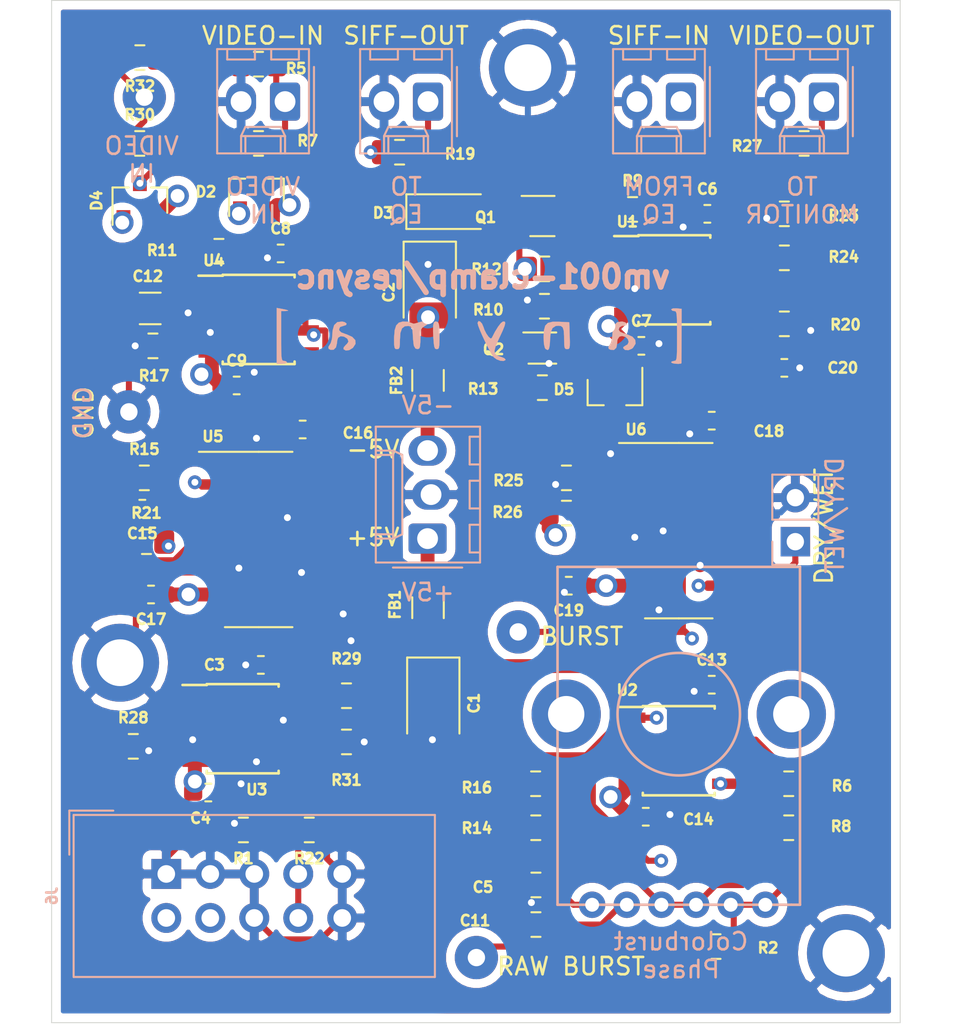
<source format=kicad_pcb>
(kicad_pcb (version 20171130) (host pcbnew "(5.1.5-0-10_14)")
  (layers (0 F.Cu mixed) (1 In1.Cu signal) (2 In2.Cu power) (31 B.Cu power) (34 B.Paste user) (35 F.Paste user) (36 B.SilkS user) (37 F.SilkS user) (38 B.Mask user) (39 F.Mask user) (44 Edge.Cuts user))
  (net 0 "")
  (net 1 GND)
  (net 2 +5V)
  (net 3 -5V)
  (net 4 /colorburst)
  (net 5 "Net-(D2-Pad3)")
  (net 6 "Net-(FB1-Pad1)")
  (net 7 "Net-(FB2-Pad1)")
  (net 8 "Net-(J1-Pad1)")
  (net 9 "Net-(J2-Pad1)")
  (net 10 /hsync)
  (net 11 "Net-(R2-Pad2)")
  (net 12 "Net-(R14-Pad2)")
  (net 13 "Net-(R19-Pad1)")
  (net 14 "Net-(U6-Pad14)")
  (net 15 /clipper_out)
  (net 16 /dry)
  (net 17 "Net-(C5-Pad1)")
  (net 18 "Net-(C11-Pad1)")
  (net 19 "Net-(C12-Pad1)")
  (net 20 "Net-(C15-Pad2)")
  (net 21 "Net-(C15-Pad1)")
  (net 22 "Net-(C20-Pad1)")
  (net 23 "Net-(D3-Pad2)")
  (net 24 "Net-(J4-Pad1)")
  (net 25 "Net-(J5-Pad1)")
  (net 26 /porch)
  (net 27 "Net-(J7-Pad1)")
  (net 28 "Net-(Q1-Pad2)")
  (net 29 "Net-(R6-Pad1)")
  (net 30 "Net-(R10-Pad2)")
  (net 31 "Net-(R11-Pad2)")
  (net 32 "Net-(R14-Pad1)")
  (net 33 /delayed_burst)
  (net 34 "Net-(R20-Pad2)")
  (net 35 "Net-(R23-Pad2)")
  (net 36 "Net-(R24-Pad1)")
  (net 37 /synctip)
  (net 38 "Net-(U6-Pad13)")
  (net 39 "Net-(D5-Pad1)")
  (net 40 "Net-(C12-Pad2)")
  (net 41 "Net-(D4-Pad3)")
  (net 42 /genlock)
  (net 43 "Net-(J8-Pad1)")
  (net 44 "Net-(R1-Pad2)")
  (net 45 "Net-(R21-Pad2)")
  (net 46 /clamped)
  (net 47 "Net-(R28-Pad1)")
  (net 48 "Net-(R29-Pad1)")
  (module anyma_footprints:logo_anyma (layer B.Cu) (at 77.3886 78.4064 180)
    (fp_text reference G*** hide)
    (fp_text value logo_anyma hide)
  )
  (module synkie_footprints:SOIC-8_3.9x4.9mm_P1.27mm (layer F.Cu) (at 63.8226 100.9904)
    (fp_text reference U3 (at 0.816 3.516) (layer F.SilkS) (effects (font (size 0.6 0.6))))
    (fp_text value LMH6643)
    (pad 8 smd rect (at 2.7 -1.905) (size 1.55 0.6) (layers F.Cu F.Paste F.Mask) (net 2 +5V))
    (pad 7 smd rect (at 2.7 -0.635) (size 1.55 0.6) (layers F.Cu F.Paste F.Mask) (net 13 "Net-(R19-Pad1)"))
    (pad 6 smd rect (at 2.7 0.635) (size 1.55 0.6) (layers F.Cu F.Paste F.Mask) (net 48 "Net-(R29-Pad1)"))
    (pad 5 smd rect (at 2.7 1.905) (size 1.55 0.6) (layers F.Cu F.Paste F.Mask) (net 45 "Net-(R21-Pad2)"))
    (pad 4 smd rect (at -2.7 1.905) (size 1.55 0.6) (layers F.Cu F.Paste F.Mask) (net 3 -5V))
    (pad 3 smd rect (at -2.7 0.635) (size 1.55 0.6) (layers F.Cu F.Paste F.Mask) (net 41 "Net-(D4-Pad3)"))
    (pad 2 smd rect (at -2.7 -0.635) (size 1.55 0.6) (layers F.Cu F.Paste F.Mask) (net 47 "Net-(R28-Pad1)"))
    (pad 1 smd rect (at -2.7 -1.905) (size 1.55 0.6) (layers F.Cu F.Paste F.Mask) (net 47 "Net-(R28-Pad1)"))
  )
  (module synkie_footprints:R_0805_2012Metric_Pad1.15x1.40mm_HandSolder (layer F.Cu) (at 57.8866 62.2554 180)
    (fp_text reference R32 (at 0 -1.65) (layer F.SilkS) (effects (font (size 0.6 0.6))))
    (fp_text value 47k)
    (pad 2 smd roundrect (at 1.025 0 180) (size 1.15 1.4) (layers F.Cu F.Paste F.Mask) (roundrect_rratio 0.217391) (net 43 "Net-(J8-Pad1)"))
    (pad 1 smd roundrect (at -1.025 0 180) (size 1.15 1.4) (layers F.Cu F.Paste F.Mask) (roundrect_rratio 0.217391) (net 1 GND))
  )
  (module synkie_footprints:R_0805_2012Metric_Pad1.15x1.40mm_HandSolder (layer F.Cu) (at 69.8156 101.7524)
    (fp_text reference R31 (at 0 2.204) (layer F.SilkS) (effects (font (size 0.6 0.6))))
    (fp_text value 3k)
    (pad 2 smd roundrect (at 1.025 0) (size 1.15 1.4) (layers F.Cu F.Paste F.Mask) (roundrect_rratio 0.217391) (net 1 GND))
    (pad 1 smd roundrect (at -1.025 0) (size 1.15 1.4) (layers F.Cu F.Paste F.Mask) (roundrect_rratio 0.217391) (net 48 "Net-(R29-Pad1)"))
  )
  (module synkie_footprints:R_0805_2012Metric_Pad1.15x1.40mm_HandSolder (layer F.Cu) (at 57.8776 67.2084)
    (fp_text reference R30 (at 0 -1.65) (layer F.SilkS) (effects (font (size 0.6 0.6))))
    (fp_text value 75)
    (pad 2 smd roundrect (at 1.025 0) (size 1.15 1.4) (layers F.Cu F.Paste F.Mask) (roundrect_rratio 0.217391) (net 41 "Net-(D4-Pad3)"))
    (pad 1 smd roundrect (at -1.025 0) (size 1.15 1.4) (layers F.Cu F.Paste F.Mask) (roundrect_rratio 0.217391) (net 43 "Net-(J8-Pad1)"))
  )
  (module synkie_footprints:R_0805_2012Metric_Pad1.15x1.40mm_HandSolder (layer F.Cu) (at 69.8156 99.0854 180)
    (fp_text reference R29 (at 0 2.129) (layer F.SilkS) (effects (font (size 0.6 0.6))))
    (fp_text value 3k)
    (pad 2 smd roundrect (at 1.025 0 180) (size 1.15 1.4) (layers F.Cu F.Paste F.Mask) (roundrect_rratio 0.217391) (net 13 "Net-(R19-Pad1)"))
    (pad 1 smd roundrect (at -1.025 0 180) (size 1.15 1.4) (layers F.Cu F.Paste F.Mask) (roundrect_rratio 0.217391) (net 48 "Net-(R29-Pad1)"))
  )
  (module synkie_footprints:R_0805_2012Metric_Pad1.15x1.40mm_HandSolder (layer F.Cu) (at 57.5056 102.0064)
    (fp_text reference R28 (at 0 -1.65) (layer F.SilkS) (effects (font (size 0.6 0.6))))
    (fp_text value 3k)
    (pad 2 smd roundrect (at 1.025 0) (size 1.15 1.4) (layers F.Cu F.Paste F.Mask) (roundrect_rratio 0.217391) (net 45 "Net-(R21-Pad2)"))
    (pad 1 smd roundrect (at -1.025 0) (size 1.15 1.4) (layers F.Cu F.Paste F.Mask) (roundrect_rratio 0.217391) (net 47 "Net-(R28-Pad1)"))
  )
  (module synkie_footprints:R_0805_2012Metric_Pad1.15x1.40mm_HandSolder (layer F.Cu) (at 67.6656 106.8324 180)
    (fp_text reference R22 (at 0 -1.65) (layer F.SilkS) (effects (font (size 0.6 0.6))))
    (fp_text value "(75)")
    (pad 2 smd roundrect (at 1.025 0 180) (size 1.15 1.4) (layers F.Cu F.Paste F.Mask) (roundrect_rratio 0.217391) (net 42 /genlock))
    (pad 1 smd roundrect (at -1.025 0 180) (size 1.15 1.4) (layers F.Cu F.Paste F.Mask) (roundrect_rratio 0.217391) (net 1 GND))
  )
  (module synkie_footprints:R_0805_2012Metric_Pad1.15x1.40mm_HandSolder (layer F.Cu) (at 58.2676 90.1954)
    (fp_text reference R21 (at 0 -1.65) (layer F.SilkS) (effects (font (size 0.6 0.6))))
    (fp_text value 3k)
    (pad 2 smd roundrect (at 1.025 0) (size 1.15 1.4) (layers F.Cu F.Paste F.Mask) (roundrect_rratio 0.217391) (net 45 "Net-(R21-Pad2)"))
    (pad 1 smd roundrect (at -1.025 0) (size 1.15 1.4) (layers F.Cu F.Paste F.Mask) (roundrect_rratio 0.217391) (net 46 /clamped))
  )
  (module synkie_footprints:R_0805_2012Metric_Pad1.15x1.40mm_HandSolder (layer F.Cu) (at 63.8646 106.8324 180)
    (fp_text reference R1 (at 0 -1.65) (layer F.SilkS) (effects (font (size 0.6 0.6))))
    (fp_text value 75)
    (pad 2 smd roundrect (at 1.025 0 180) (size 1.15 1.4) (layers F.Cu F.Paste F.Mask) (roundrect_rratio 0.217391) (net 44 "Net-(R1-Pad2)"))
    (pad 1 smd roundrect (at -1.025 0 180) (size 1.15 1.4) (layers F.Cu F.Paste F.Mask) (roundrect_rratio 0.217391) (net 42 /genlock))
  )
  (module synkie_footprints:Solderpad_1mm (layer F.Cu) (at 58.6486 64.7954)
    (fp_text reference J8 hide)
    (fp_text value SIFF-INPUT)
    (pad 1 thru_hole circle (at -0.508 -0.254) (size 2.5 2.5) (drill 1) (layers *.Cu *.Mask) (net 43 "Net-(J8-Pad1)"))
  )
  (module synkie_footprints:IDC-Header_2x05_P2.54mm_Vertical (layer B.Cu) (at 59.4106 109.3724 270)
    (fp_text reference J6 (at 1.27 6.604 270) (layer B.SilkS) (effects (font (size 0.6 0.6)) (justify mirror)))
    (fp_text value Conn_01x10)
    (pad 1 thru_hole rect (at 0 0 270) (size 1.7272 1.7272) (drill 1.016) (layers *.Cu *.Mask) (net 1 GND))
    (pad 2 thru_hole oval (at 2.54 0 270) (size 1.7272 1.7272) (drill 1.016) (layers *.Cu *.Mask) (net 10 /hsync))
    (pad 3 thru_hole oval (at 0 -2.54 270) (size 1.7272 1.7272) (drill 1.016) (layers *.Cu *.Mask) (net 1 GND))
    (pad 4 thru_hole oval (at 2.54 -2.54 270) (size 1.7272 1.7272) (drill 1.016) (layers *.Cu *.Mask) (net 26 /porch))
    (pad 5 thru_hole oval (at 0 -5.08 270) (size 1.7272 1.7272) (drill 1.016) (layers *.Cu *.Mask) (net 1 GND))
    (pad 6 thru_hole oval (at 2.54 -5.08 270) (size 1.7272 1.7272) (drill 1.016) (layers *.Cu *.Mask) (net 1 GND))
    (pad 7 thru_hole oval (at 0 -7.62 270) (size 1.7272 1.7272) (drill 1.016) (layers *.Cu *.Mask) (net 42 /genlock))
    (pad 8 thru_hole oval (at 2.54 -7.62 270) (size 1.7272 1.7272) (drill 1.016) (layers *.Cu *.Mask) (net 42 /genlock))
    (pad 9 thru_hole oval (at 0 -10.16 270) (size 1.7272 1.7272) (drill 1.016) (layers *.Cu *.Mask) (net 1 GND))
    (pad 10 thru_hole oval (at 2.54 -10.16 270) (size 1.7272 1.7272) (drill 1.016) (layers *.Cu *.Mask) (net 1 GND))
  )
  (module Package_TO_SOT_SMD:SOT-23 (layer F.Cu) (at 57.8866 70.5104 90)
    (fp_text reference D4 (at 0 -2.5 90) (layer F.SilkS) (effects (font (size 0.6 0.6))))
    (fp_text value BAT54S)
    (pad 3 smd rect (at 1 0 90) (size 0.9 0.8) (layers F.Cu F.Paste F.Mask) (net 41 "Net-(D4-Pad3)"))
    (pad 2 smd rect (at -1 0.95 90) (size 0.9 0.8) (layers F.Cu F.Paste F.Mask) (net 2 +5V))
    (pad 1 smd rect (at -1 -0.95 90) (size 0.9 0.8) (layers F.Cu F.Paste F.Mask) (net 3 -5V))
  )
  (module synkie_footprints:C_0603_1608Metric_Pad1.05x0.95mm_HandSolder (layer F.Cu) (at 61.8376 104.6734)
    (fp_text reference C4 (at -0.449 1.483) (layer F.SilkS) (effects (font (size 0.6 0.6))))
    (fp_text value 100n)
    (pad 2 smd roundrect (at 0.875 0) (size 1.05 0.95) (layers F.Cu F.Paste F.Mask) (net 1 GND))
    (pad 1 smd roundrect (at -0.875 0) (size 1.05 0.95) (layers F.Cu F.Paste F.Mask) (net 3 -5V))
  )
  (module synkie_footprints:C_0603_1608Metric_Pad1.05x0.95mm_HandSolder (layer F.Cu) (at 64.8716 97.3074)
    (fp_text reference C3 (at -2.683 -0.001) (layer F.SilkS) (effects (font (size 0.6 0.6))))
    (fp_text value 100n)
    (pad 2 smd roundrect (at 0.875 0) (size 1.05 0.95) (layers F.Cu F.Paste F.Mask) (net 2 +5V))
    (pad 1 smd roundrect (at -0.875 0) (size 1.05 0.95) (layers F.Cu F.Paste F.Mask) (net 1 GND))
  )
  (module synkie_footprints:C_0603_1608Metric_Pad1.05x0.95mm_HandSolder (layer F.Cu) (at 63.4746 81.1784)
    (fp_text reference C9 (at 0 -1.43) (layer F.SilkS) (effects (font (size 0.6 0.6))))
    (fp_text value 100n)
    (pad 2 smd roundrect (at 0.875 0) (size 1.05 0.95) (layers F.Cu F.Paste F.Mask) (net 1 GND))
    (pad 1 smd roundrect (at -0.875 0) (size 1.05 0.95) (layers F.Cu F.Paste F.Mask) (net 3 -5V))
  )
  (module synkie_footprints:C_0603_1608Metric_Pad1.05x0.95mm_HandSolder (layer F.Cu) (at 66.0146 73.5584)
    (fp_text reference C8 (at 0 -1.43) (layer F.SilkS) (effects (font (size 0.6 0.6))))
    (fp_text value 100n)
    (pad 2 smd roundrect (at 0.875 0) (size 1.05 0.95) (layers F.Cu F.Paste F.Mask) (net 2 +5V))
    (pad 1 smd roundrect (at -0.875 0) (size 1.05 0.95) (layers F.Cu F.Paste F.Mask) (net 1 GND))
  )
  (module synkie_footprints:C_0603_1608Metric_Pad1.05x0.95mm_HandSolder (layer F.Cu) (at 86.8426 78.8924)
    (fp_text reference C7 (at 0 -1.43) (layer F.SilkS) (effects (font (size 0.6 0.6))))
    (fp_text value 100n)
    (pad 2 smd roundrect (at 0.875 0) (size 1.05 0.95) (layers F.Cu F.Paste F.Mask) (net 1 GND))
    (pad 1 smd roundrect (at -0.875 0) (size 1.05 0.95) (layers F.Cu F.Paste F.Mask) (net 3 -5V))
  )
  (module synkie_footprints:C_0603_1608Metric_Pad1.05x0.95mm_HandSolder (layer F.Cu) (at 90.6526 71.2724)
    (fp_text reference C6 (at 0 -1.43) (layer F.SilkS) (effects (font (size 0.6 0.6))))
    (fp_text value 100n)
    (pad 2 smd roundrect (at 0.875 0) (size 1.05 0.95) (layers F.Cu F.Paste F.Mask) (net 2 +5V))
    (pad 1 smd roundrect (at -0.875 0) (size 1.05 0.95) (layers F.Cu F.Paste F.Mask) (net 1 GND))
  )
  (module synkie_footprints:Solderpad_1mm (layer F.Cu) (at 57.7596 82.9564)
    (fp_text reference TP3 hide)
    (fp_text value TestPoint)
    (pad 1 thru_hole circle (at -0.508 -0.254) (size 2.5 2.5) (drill 1) (layers *.Cu *.Mask) (net 1 GND))
  )
  (module synkie_footprints:Solderpad_1mm (layer F.Cu) (at 80.2386 95.6564)
    (fp_text reference TP1 hide)
    (fp_text value TestPoint)
    (pad 1 thru_hole circle (at -0.508 -0.254) (size 2.5 2.5) (drill 1) (layers *.Cu *.Mask) (net 33 /delayed_burst))
  )
  (module synkie_footprints:Molex_KK-254_AE-6410-02A_1x02_P2.54mm_Vertical (layer B.Cu) (at 97.3836 64.7954 180)
    (fp_text reference J7 hide)
    (fp_text value VIDEO_OUT)
    (pad 2 thru_hole oval (at 2.54 0 180) (size 1.74 2.2) (drill 1.2) (layers *.Cu *.Mask) (net 1 GND))
    (pad 1 thru_hole roundrect (at 0 0 180) (size 1.74 2.2) (drill 1.2) (layers *.Cu *.Mask) (roundrect_rratio 0.143678) (net 27 "Net-(J7-Pad1)"))
  )
  (module MountingHole:MountingHole_2.7mm_M2.5_ISO7380_Pad (layer F.Cu) (at 98.6536 113.9444)
    (fp_text reference H3 hide)
    (fp_text value MountingHole_Pad)
    (pad 1 thru_hole circle (at 0 0) (size 4.5 4.5) (drill 2.7) (layers *.Cu *.Mask) (net 1 GND))
  )
  (module MountingHole:MountingHole_2.7mm_M2.5_ISO7380_Pad (layer F.Cu) (at 56.7436 97.1804)
    (fp_text reference H2 hide)
    (fp_text value MountingHole_Pad)
    (pad 1 thru_hole circle (at 0 0) (size 4.5 4.5) (drill 2.7) (layers *.Cu *.Mask) (net 1 GND))
  )
  (module MountingHole:MountingHole_2.7mm_M2.5_ISO7380_Pad (layer F.Cu) (at 80.2894 62.8396)
    (fp_text reference H1 hide)
    (fp_text value MountingHole_Pad)
    (pad 1 thru_hole circle (at 0 0) (size 4.5 4.5) (drill 2.7) (layers *.Cu *.Mask) (net 1 GND))
  )
  (module synkie_footprints:C_0603_1608Metric_Pad1.05x0.95mm_HandSolder (layer F.Cu) (at 95.0976 80.1624)
    (fp_text reference C20 (at 3.3782 0) (layer F.SilkS) (effects (font (size 0.6 0.6))))
    (fp_text value 120p)
    (pad 2 smd roundrect (at 0.875 0) (size 1.05 0.95) (layers F.Cu F.Paste F.Mask) (net 1 GND))
    (pad 1 smd roundrect (at -0.875 0) (size 1.05 0.95) (layers F.Cu F.Paste F.Mask) (net 22 "Net-(C20-Pad1)"))
  )
  (module synkie_footprints:C_0603_1608Metric_Pad1.05x0.95mm_HandSolder (layer F.Cu) (at 82.6516 92.7354 180)
    (fp_text reference C19 (at 0 -1.43) (layer F.SilkS) (effects (font (size 0.6 0.6))))
    (fp_text value 100n)
    (pad 2 smd roundrect (at 0.875 0 180) (size 1.05 0.95) (layers F.Cu F.Paste F.Mask) (net 1 GND))
    (pad 1 smd roundrect (at -0.875 0 180) (size 1.05 0.95) (layers F.Cu F.Paste F.Mask) (net 3 -5V))
  )
  (module synkie_footprints:C_0603_1608Metric_Pad1.05x0.95mm_HandSolder (layer F.Cu) (at 90.9066 83.2104)
    (fp_text reference C18 (at 3.302 0.6096) (layer F.SilkS) (effects (font (size 0.6 0.6))))
    (fp_text value 100n)
    (pad 2 smd roundrect (at 0.875 0) (size 1.05 0.95) (layers F.Cu F.Paste F.Mask) (net 2 +5V))
    (pad 1 smd roundrect (at -0.875 0) (size 1.05 0.95) (layers F.Cu F.Paste F.Mask) (net 1 GND))
  )
  (module synkie_footprints:C_0603_1608Metric_Pad1.05x0.95mm_HandSolder (layer F.Cu) (at 58.5306 93.2434 180)
    (fp_text reference C17 (at 0 -1.43) (layer F.SilkS) (effects (font (size 0.6 0.6))))
    (fp_text value 100n)
    (pad 2 smd roundrect (at 0.875 0 180) (size 1.05 0.95) (layers F.Cu F.Paste F.Mask) (net 1 GND))
    (pad 1 smd roundrect (at -0.875 0 180) (size 1.05 0.95) (layers F.Cu F.Paste F.Mask) (net 3 -5V))
  )
  (module synkie_footprints:C_0603_1608Metric_Pad1.05x0.95mm_HandSolder (layer F.Cu) (at 67.2846 83.7184)
    (fp_text reference C16 (at 3.2004 0.2032) (layer F.SilkS) (effects (font (size 0.6 0.6))))
    (fp_text value 100n)
    (pad 2 smd roundrect (at 0.875 0) (size 1.05 0.95) (layers F.Cu F.Paste F.Mask) (net 2 +5V))
    (pad 1 smd roundrect (at -0.875 0) (size 1.05 0.95) (layers F.Cu F.Paste F.Mask) (net 1 GND))
  )
  (module synkie_footprints:C_0603_1608Metric_Pad1.05x0.95mm_HandSolder (layer F.Cu) (at 87.0966 106.0704)
    (fp_text reference C14 (at 3.048 0.1524) (layer F.SilkS) (effects (font (size 0.6 0.6))))
    (fp_text value 100n)
    (pad 2 smd roundrect (at 0.875 0) (size 1.05 0.95) (layers F.Cu F.Paste F.Mask) (net 1 GND))
    (pad 1 smd roundrect (at -0.875 0) (size 1.05 0.95) (layers F.Cu F.Paste F.Mask) (net 3 -5V))
  )
  (module synkie_footprints:C_0603_1608Metric_Pad1.05x0.95mm_HandSolder (layer F.Cu) (at 90.9066 98.4504)
    (fp_text reference C13 (at 0 -1.43) (layer F.SilkS) (effects (font (size 0.6 0.6))))
    (fp_text value 100n)
    (pad 2 smd roundrect (at 0.875 0) (size 1.05 0.95) (layers F.Cu F.Paste F.Mask) (net 2 +5V))
    (pad 1 smd roundrect (at -0.875 0) (size 1.05 0.95) (layers F.Cu F.Paste F.Mask) (net 1 GND))
  )
  (module synkie_footprints:C_1206_3216Metric_Pad1.42x1.75mm_HandSolder (layer F.Cu) (at 58.4819 76.7334 180)
    (fp_text reference C12 (at 0.1381 1.8542) (layer F.SilkS) (effects (font (size 0.6 0.6))))
    (fp_text value 68p)
    (pad 2 smd roundrect (at 1.4875 0 180) (size 1.425 1.75) (layers F.Cu F.Paste F.Mask) (roundrect_rratio 0.175439) (net 40 "Net-(C12-Pad2)"))
    (pad 1 smd roundrect (at -1.4875 0 180) (size 1.425 1.75) (layers F.Cu F.Paste F.Mask) (roundrect_rratio 0.175439) (net 19 "Net-(C12-Pad1)"))
  )
  (module Diode_SMD:D_SOT-23_ANK (layer F.Cu) (at 85.3186 81.5594 270)
    (fp_text reference D5 (at -0.1524 2.9464 180) (layer F.SilkS) (effects (font (size 0.6 0.6))))
    (fp_text value BAT54)
    (pad 1 smd rect (at 1 0 270) (size 0.9 0.8) (layers F.Cu F.Paste F.Mask) (net 39 "Net-(D5-Pad1)"))
    (pad "" smd rect (at -1 0.95 270) (size 0.9 0.8) (layers F.Cu F.Paste F.Mask))
    (pad 2 smd rect (at -1 -0.95 270) (size 0.9 0.8) (layers F.Cu F.Paste F.Mask) (net 1 GND))
  )
  (module synkie_footprints:R_0805_2012Metric_Pad1.15x1.40mm_HandSolder (layer F.Cu) (at 64.7356 62.6364)
    (fp_text reference R5 (at 2.168 0.254) (layer F.SilkS) (effects (font (size 0.6 0.6))))
    (fp_text value 75)
    (pad 2 smd roundrect (at 1.025 0) (size 1.15 1.4) (layers F.Cu F.Paste F.Mask) (roundrect_rratio 0.217391) (net 9 "Net-(J2-Pad1)"))
    (pad 1 smd roundrect (at -1.025 0) (size 1.15 1.4) (layers F.Cu F.Paste F.Mask) (roundrect_rratio 0.217391) (net 1 GND))
  )
  (module synkie_footprints:R_0805_2012Metric_Pad1.15x1.40mm_HandSolder (layer F.Cu) (at 81.1276 81.3054 180)
    (fp_text reference R13 (at 3.429 -0.0762) (layer F.SilkS) (effects (font (size 0.6 0.6))))
    (fp_text value 47k)
    (pad 2 smd roundrect (at 1.025 0 180) (size 1.15 1.4) (layers F.Cu F.Paste F.Mask) (roundrect_rratio 0.217391) (net 39 "Net-(D5-Pad1)"))
    (pad 1 smd roundrect (at -1.025 0 180) (size 1.15 1.4) (layers F.Cu F.Paste F.Mask) (roundrect_rratio 0.217391) (net 2 +5V))
  )
  (module Diode_SMD:D_MiniMELF (layer F.Cu) (at 75.8216 71.1454)
    (fp_text reference D3 (at -3.8862 0.0762 180) (layer F.SilkS) (effects (font (size 0.6 0.6))))
    (fp_text value D)
    (pad 2 smd rect (at 1.75 0) (size 1.3 1.7) (layers F.Cu F.Paste F.Mask) (net 23 "Net-(D3-Pad2)"))
    (pad 1 smd rect (at -1.75 0) (size 1.3 1.7) (layers F.Cu F.Paste F.Mask) (net 1 GND))
  )
  (module Package_SO:SOIC-16_3.9x9.9mm_P1.27mm (layer F.Cu) (at 89.0016 89.5604)
    (fp_text reference U6 (at -2.4638 -5.842) (layer F.SilkS) (effects (font (size 0.6 0.6))))
    (fp_text value 4053)
    (pad 16 smd roundrect (at 2.475 -4.445) (size 1.95 0.6) (layers F.Cu F.Paste F.Mask) (net 2 +5V))
    (pad 15 smd roundrect (at 2.475 -3.175) (size 1.95 0.6) (layers F.Cu F.Paste F.Mask) (net 38 "Net-(U6-Pad13)"))
    (pad 14 smd roundrect (at 2.475 -1.905) (size 1.95 0.6) (layers F.Cu F.Paste F.Mask) (net 14 "Net-(U6-Pad14)"))
    (pad 13 smd roundrect (at 2.475 -0.635) (size 1.95 0.6) (layers F.Cu F.Paste F.Mask) (net 38 "Net-(U6-Pad13)"))
    (pad 12 smd roundrect (at 2.475 0.635) (size 1.95 0.6) (layers F.Cu F.Paste F.Mask) (net 33 /delayed_burst))
    (pad 11 smd roundrect (at 2.475 1.905) (size 1.95 0.6) (layers F.Cu F.Paste F.Mask) (net 26 /porch))
    (pad 10 smd roundrect (at 2.475 3.175) (size 1.95 0.6) (layers F.Cu F.Paste F.Mask) (net 10 /hsync))
    (pad 9 smd roundrect (at 2.475 4.445) (size 1.95 0.6) (layers F.Cu F.Paste F.Mask) (net 24 "Net-(J4-Pad1)"))
    (pad 8 smd roundrect (at -2.475 4.445) (size 1.95 0.6) (layers F.Cu F.Paste F.Mask) (net 1 GND))
    (pad 7 smd roundrect (at -2.475 3.175) (size 1.95 0.6) (layers F.Cu F.Paste F.Mask) (net 3 -5V))
    (pad 6 smd roundrect (at -2.475 1.905) (size 1.95 0.6) (layers F.Cu F.Paste F.Mask) (net 1 GND))
    (pad 5 smd roundrect (at -2.475 0.635) (size 1.95 0.6) (layers F.Cu F.Paste F.Mask) (net 16 /dry))
    (pad 4 smd roundrect (at -2.475 -0.635) (size 1.95 0.6) (layers F.Cu F.Paste F.Mask) (net 34 "Net-(R20-Pad2)"))
    (pad 3 smd roundrect (at -2.475 -1.905) (size 1.95 0.6) (layers F.Cu F.Paste F.Mask) (net 14 "Net-(U6-Pad14)"))
    (pad 2 smd roundrect (at -2.475 -3.175) (size 1.95 0.6) (layers F.Cu F.Paste F.Mask) (net 37 /synctip))
    (pad 1 smd roundrect (at -2.475 -4.445) (size 1.95 0.6) (layers F.Cu F.Paste F.Mask) (net 15 /clipper_out))
  )
  (module Package_SO:SOIC-16_3.9x9.9mm_P1.27mm (layer F.Cu) (at 64.7446 90.0684)
    (fp_text reference U5 (at -2.6416 -5.9436) (layer F.SilkS) (effects (font (size 0.6 0.6))))
    (fp_text value 4053)
    (pad 16 smd roundrect (at 2.475 -4.445) (size 1.95 0.6) (layers F.Cu F.Paste F.Mask) (net 2 +5V))
    (pad 15 smd roundrect (at 2.475 -3.175) (size 1.95 0.6) (layers F.Cu F.Paste F.Mask) (net 4 /colorburst))
    (pad 14 smd roundrect (at 2.475 -1.905) (size 1.95 0.6) (layers F.Cu F.Paste F.Mask) (net 1 GND))
    (pad 13 smd roundrect (at 2.475 -0.635) (size 1.95 0.6) (layers F.Cu F.Paste F.Mask) (net 1 GND))
    (pad 12 smd roundrect (at 2.475 0.635) (size 1.95 0.6) (layers F.Cu F.Paste F.Mask) (net 21 "Net-(C15-Pad1)"))
    (pad 11 smd roundrect (at 2.475 1.905) (size 1.95 0.6) (layers F.Cu F.Paste F.Mask) (net 26 /porch))
    (pad 10 smd roundrect (at 2.475 3.175) (size 1.95 0.6) (layers F.Cu F.Paste F.Mask) (net 26 /porch))
    (pad 9 smd roundrect (at 2.475 4.445) (size 1.95 0.6) (layers F.Cu F.Paste F.Mask) (net 10 /hsync))
    (pad 8 smd roundrect (at -2.475 4.445) (size 1.95 0.6) (layers F.Cu F.Paste F.Mask) (net 1 GND))
    (pad 7 smd roundrect (at -2.475 3.175) (size 1.95 0.6) (layers F.Cu F.Paste F.Mask) (net 3 -5V))
    (pad 6 smd roundrect (at -2.475 1.905) (size 1.95 0.6) (layers F.Cu F.Paste F.Mask) (net 1 GND))
    (pad 5 smd roundrect (at -2.475 0.635) (size 1.95 0.6) (layers F.Cu F.Paste F.Mask) (net 1 GND))
    (pad 4 smd roundrect (at -2.475 -0.635) (size 1.95 0.6) (layers F.Cu F.Paste F.Mask) (net 46 /clamped))
    (pad 3 smd roundrect (at -2.475 -1.905) (size 1.95 0.6) (layers F.Cu F.Paste F.Mask) (net 21 "Net-(C15-Pad1)"))
    (pad 2 smd roundrect (at -2.475 -3.175) (size 1.95 0.6) (layers F.Cu F.Paste F.Mask) (net 19 "Net-(C12-Pad1)"))
    (pad 1 smd roundrect (at -2.475 -4.445) (size 1.95 0.6) (layers F.Cu F.Paste F.Mask) (net 1 GND))
  )
  (module synkie_footprints:SOIC-8_3.9x4.9mm_P1.27mm (layer F.Cu) (at 64.7446 77.3684)
    (fp_text reference U4 (at -2.5908 -3.4036) (layer F.SilkS) (effects (font (size 0.6 0.6))))
    (fp_text value LMH6643)
    (pad 8 smd rect (at 2.7 -1.905) (size 1.55 0.6) (layers F.Cu F.Paste F.Mask) (net 2 +5V))
    (pad 7 smd rect (at 2.7 -0.635) (size 1.55 0.6) (layers F.Cu F.Paste F.Mask) (net 16 /dry))
    (pad 6 smd rect (at 2.7 0.635) (size 1.55 0.6) (layers F.Cu F.Paste F.Mask) (net 16 /dry))
    (pad 5 smd rect (at 2.7 1.905) (size 1.55 0.6) (layers F.Cu F.Paste F.Mask) (net 31 "Net-(R11-Pad2)"))
    (pad 4 smd rect (at -2.7 1.905) (size 1.55 0.6) (layers F.Cu F.Paste F.Mask) (net 3 -5V))
    (pad 3 smd rect (at -2.7 0.635) (size 1.55 0.6) (layers F.Cu F.Paste F.Mask) (net 44 "Net-(R1-Pad2)"))
    (pad 2 smd rect (at -2.7 -0.635) (size 1.55 0.6) (layers F.Cu F.Paste F.Mask) (net 40 "Net-(C12-Pad2)"))
    (pad 1 smd rect (at -2.7 -1.905) (size 1.55 0.6) (layers F.Cu F.Paste F.Mask) (net 40 "Net-(C12-Pad2)"))
  )
  (module synkie_footprints:SOIC-8_3.9x4.9mm_P1.27mm (layer F.Cu) (at 89.0016 102.2604)
    (fp_text reference U2 (at -2.9718 -3.5) (layer F.SilkS) (effects (font (size 0.6 0.6))))
    (fp_text value LMH6643)
    (pad 8 smd rect (at 2.7 -1.905) (size 1.55 0.6) (layers F.Cu F.Paste F.Mask) (net 2 +5V))
    (pad 7 smd rect (at 2.7 -0.635) (size 1.55 0.6) (layers F.Cu F.Paste F.Mask) (net 12 "Net-(R14-Pad2)"))
    (pad 6 smd rect (at 2.7 0.635) (size 1.55 0.6) (layers F.Cu F.Paste F.Mask) (net 29 "Net-(R6-Pad1)"))
    (pad 5 smd rect (at 2.7 1.905) (size 1.55 0.6) (layers F.Cu F.Paste F.Mask) (net 17 "Net-(C5-Pad1)"))
    (pad 4 smd rect (at -2.7 1.905) (size 1.55 0.6) (layers F.Cu F.Paste F.Mask) (net 3 -5V))
    (pad 3 smd rect (at -2.7 0.635) (size 1.55 0.6) (layers F.Cu F.Paste F.Mask) (net 18 "Net-(C11-Pad1)"))
    (pad 2 smd rect (at -2.7 -0.635) (size 1.55 0.6) (layers F.Cu F.Paste F.Mask) (net 32 "Net-(R14-Pad1)"))
    (pad 1 smd rect (at -2.7 -1.905) (size 1.55 0.6) (layers F.Cu F.Paste F.Mask) (net 33 /delayed_burst))
  )
  (module synkie_footprints:SOIC-8_3.9x4.9mm_P1.27mm (layer F.Cu) (at 88.7476 75.0824)
    (fp_text reference U1 (at -2.7178 -3.3528) (layer F.SilkS) (effects (font (size 0.6 0.6))))
    (fp_text value LMH6643)
    (pad 8 smd rect (at 2.7 -1.905) (size 1.55 0.6) (layers F.Cu F.Paste F.Mask) (net 2 +5V))
    (pad 7 smd rect (at 2.7 -0.635) (size 1.55 0.6) (layers F.Cu F.Paste F.Mask) (net 36 "Net-(R24-Pad1)"))
    (pad 6 smd rect (at 2.7 0.635) (size 1.55 0.6) (layers F.Cu F.Paste F.Mask) (net 35 "Net-(R23-Pad2)"))
    (pad 5 smd rect (at 2.7 1.905) (size 1.55 0.6) (layers F.Cu F.Paste F.Mask) (net 22 "Net-(C20-Pad1)"))
    (pad 4 smd rect (at -2.7 1.905) (size 1.55 0.6) (layers F.Cu F.Paste F.Mask) (net 3 -5V))
    (pad 3 smd rect (at -2.7 0.635) (size 1.55 0.6) (layers F.Cu F.Paste F.Mask) (net 8 "Net-(J1-Pad1)"))
    (pad 2 smd rect (at -2.7 -0.635) (size 1.55 0.6) (layers F.Cu F.Paste F.Mask) (net 30 "Net-(R10-Pad2)"))
    (pad 1 smd rect (at -2.7 -1.905) (size 1.55 0.6) (layers F.Cu F.Paste F.Mask) (net 30 "Net-(R10-Pad2)"))
  )
  (module synkie_footprints:Solderpad_1mm (layer F.Cu) (at 77.8256 114.4524)
    (fp_text reference TP2 hide)
    (fp_text value TestPoint)
    (pad 1 thru_hole circle (at -0.508 -0.254) (size 2.5 2.5) (drill 1) (layers *.Cu *.Mask) (net 4 /colorburst))
  )
  (module synkie_footprints:RK12L123 (layer B.Cu) (at 89.0016 111.1504 180)
    (fp_text reference RV1 hide)
    (fp_text value R_POT_Dual)
    (pad 9 thru_hole circle (at -6.5 11 180) (size 4 4) (drill 2.1) (layers *.Cu *.Mask))
    (pad 7 thru_hole circle (at 6.5 11 180) (size 4 4) (drill 2.1) (layers *.Cu *.Mask))
    (pad 6 thru_hole circle (at 3 0 180) (size 1.524 1.524) (drill 0.8) (layers *.Cu *.Mask) (net 18 "Net-(C11-Pad1)"))
    (pad 5 thru_hole circle (at 1 0 180) (size 1.524 1.524) (drill 0.8) (layers *.Cu *.Mask) (net 12 "Net-(R14-Pad2)"))
    (pad 4 thru_hole circle (at -1 0 180) (size 1.524 1.524) (drill 0.8) (layers *.Cu *.Mask) (net 12 "Net-(R14-Pad2)"))
    (pad 3 thru_hole circle (at 5 0 180) (size 1.524 1.524) (drill 0.8) (layers *.Cu *.Mask) (net 17 "Net-(C5-Pad1)"))
    (pad 2 thru_hole circle (at -5 0 180) (size 1.524 1.524) (drill 0.8) (layers *.Cu *.Mask) (net 11 "Net-(R2-Pad2)"))
    (pad 1 thru_hole circle (at -3 0 180) (size 1.524 1.524) (drill 0.8) (layers *.Cu *.Mask) (net 11 "Net-(R2-Pad2)"))
  )
  (module synkie_footprints:R_0805_2012Metric_Pad1.15x1.40mm_HandSolder (layer F.Cu) (at 96.2406 67.2084)
    (fp_text reference R27 (at -3.302 0.1524) (layer F.SilkS) (effects (font (size 0.6 0.6))))
    (fp_text value 75)
    (pad 2 smd roundrect (at 1.025 0) (size 1.15 1.4) (layers F.Cu F.Paste F.Mask) (roundrect_rratio 0.217391) (net 27 "Net-(J7-Pad1)"))
    (pad 1 smd roundrect (at -1.025 0) (size 1.15 1.4) (layers F.Cu F.Paste F.Mask) (roundrect_rratio 0.217391) (net 36 "Net-(R24-Pad1)"))
  )
  (module synkie_footprints:R_0805_2012Metric_Pad1.15x1.40mm_HandSolder (layer F.Cu) (at 82.5156 88.5444 180)
    (fp_text reference R26 (at 3.3946 0.0508) (layer F.SilkS) (effects (font (size 0.6 0.6))))
    (fp_text value 4k7)
    (pad 2 smd roundrect (at 1.025 0 180) (size 1.15 1.4) (layers F.Cu F.Paste F.Mask) (roundrect_rratio 0.217391) (net 3 -5V))
    (pad 1 smd roundrect (at -1.025 0 180) (size 1.15 1.4) (layers F.Cu F.Paste F.Mask) (roundrect_rratio 0.217391) (net 37 /synctip))
  )
  (module synkie_footprints:R_0805_2012Metric_Pad1.15x1.40mm_HandSolder (layer F.Cu) (at 82.5156 86.5124)
    (fp_text reference R25 (at -3.3438 0.1524) (layer F.SilkS) (effects (font (size 0.6 0.6))))
    (fp_text value 300)
    (pad 2 smd roundrect (at 1.025 0) (size 1.15 1.4) (layers F.Cu F.Paste F.Mask) (roundrect_rratio 0.217391) (net 37 /synctip))
    (pad 1 smd roundrect (at -1.025 0) (size 1.15 1.4) (layers F.Cu F.Paste F.Mask) (roundrect_rratio 0.217391) (net 1 GND))
  )
  (module synkie_footprints:R_0805_2012Metric_Pad1.15x1.40mm_HandSolder (layer F.Cu) (at 95.0976 73.8124)
    (fp_text reference R24 (at 3.429 -0.0508) (layer F.SilkS) (effects (font (size 0.6 0.6))))
    (fp_text value 220)
    (pad 2 smd roundrect (at 1.025 0) (size 1.15 1.4) (layers F.Cu F.Paste F.Mask) (roundrect_rratio 0.217391) (net 35 "Net-(R23-Pad2)"))
    (pad 1 smd roundrect (at -1.025 0) (size 1.15 1.4) (layers F.Cu F.Paste F.Mask) (roundrect_rratio 0.217391) (net 36 "Net-(R24-Pad1)"))
  )
  (module synkie_footprints:R_0805_2012Metric_Pad1.15x1.40mm_HandSolder (layer F.Cu) (at 95.0976 71.2724)
    (fp_text reference R23 (at 3.429 0.1016) (layer F.SilkS) (effects (font (size 0.6 0.6))))
    (fp_text value 220)
    (pad 2 smd roundrect (at 1.025 0) (size 1.15 1.4) (layers F.Cu F.Paste F.Mask) (roundrect_rratio 0.217391) (net 35 "Net-(R23-Pad2)"))
    (pad 1 smd roundrect (at -1.025 0) (size 1.15 1.4) (layers F.Cu F.Paste F.Mask) (roundrect_rratio 0.217391) (net 1 GND))
  )
  (module synkie_footprints:R_0805_2012Metric_Pad1.15x1.40mm_HandSolder (layer F.Cu) (at 95.0976 77.6224)
    (fp_text reference R20 (at 3.5306 0.0508) (layer F.SilkS) (effects (font (size 0.6 0.6))))
    (fp_text value 120)
    (pad 2 smd roundrect (at 1.025 0) (size 1.15 1.4) (layers F.Cu F.Paste F.Mask) (roundrect_rratio 0.217391) (net 34 "Net-(R20-Pad2)"))
    (pad 1 smd roundrect (at -1.025 0) (size 1.15 1.4) (layers F.Cu F.Paste F.Mask) (roundrect_rratio 0.217391) (net 22 "Net-(C20-Pad1)"))
  )
  (module synkie_footprints:R_0805_2012Metric_Pad1.15x1.40mm_HandSolder (layer F.Cu) (at 72.8816 67.7164)
    (fp_text reference R19 (at 3.4962 0.1016) (layer F.SilkS) (effects (font (size 0.6 0.6))))
    (fp_text value 75)
    (pad 2 smd roundrect (at 1.025 0) (size 1.15 1.4) (layers F.Cu F.Paste F.Mask) (roundrect_rratio 0.217391) (net 25 "Net-(J5-Pad1)"))
    (pad 1 smd roundrect (at -1.025 0) (size 1.15 1.4) (layers F.Cu F.Paste F.Mask) (roundrect_rratio 0.217391) (net 13 "Net-(R19-Pad1)"))
  )
  (module synkie_footprints:R_0805_2012Metric_Pad1.15x1.40mm_HandSolder (layer F.Cu) (at 58.6396 78.8924)
    (fp_text reference R17 (at 0.0598 1.7272) (layer F.SilkS) (effects (font (size 0.6 0.6))))
    (fp_text value 560)
    (pad 2 smd roundrect (at 1.025 0) (size 1.15 1.4) (layers F.Cu F.Paste F.Mask) (roundrect_rratio 0.217391) (net 19 "Net-(C12-Pad1)"))
    (pad 1 smd roundrect (at -1.025 0) (size 1.15 1.4) (layers F.Cu F.Paste F.Mask) (roundrect_rratio 0.217391) (net 1 GND))
  )
  (module synkie_footprints:R_0805_2012Metric_Pad1.15x1.40mm_HandSolder (layer F.Cu) (at 80.7376 104.1654)
    (fp_text reference R16 (at -3.3946 0.2286) (layer F.SilkS) (effects (font (size 0.6 0.6))))
    (fp_text value 220)
    (pad 2 smd roundrect (at 1.025 0) (size 1.15 1.4) (layers F.Cu F.Paste F.Mask) (roundrect_rratio 0.217391) (net 32 "Net-(R14-Pad1)"))
    (pad 1 smd roundrect (at -1.025 0) (size 1.15 1.4) (layers F.Cu F.Paste F.Mask) (roundrect_rratio 0.217391) (net 33 /delayed_burst))
  )
  (module synkie_footprints:R_0805_2012Metric_Pad1.15x1.40mm_HandSolder (layer F.Cu) (at 58.1406 86.5124)
    (fp_text reference R15 (at 0 -1.65) (layer F.SilkS) (effects (font (size 0.6 0.6))))
    (fp_text value 75)
    (pad 2 smd roundrect (at 1.025 0) (size 1.15 1.4) (layers F.Cu F.Paste F.Mask) (roundrect_rratio 0.217391) (net 16 /dry))
    (pad 1 smd roundrect (at -1.025 0) (size 1.15 1.4) (layers F.Cu F.Paste F.Mask) (roundrect_rratio 0.217391) (net 20 "Net-(C15-Pad2)"))
  )
  (module synkie_footprints:R_0805_2012Metric_Pad1.15x1.40mm_HandSolder (layer F.Cu) (at 80.7466 106.7054)
    (fp_text reference R14 (at -3.4036 0.0254) (layer F.SilkS) (effects (font (size 0.6 0.6))))
    (fp_text value 220)
    (pad 2 smd roundrect (at 1.025 0) (size 1.15 1.4) (layers F.Cu F.Paste F.Mask) (roundrect_rratio 0.217391) (net 12 "Net-(R14-Pad2)"))
    (pad 1 smd roundrect (at -1.025 0) (size 1.15 1.4) (layers F.Cu F.Paste F.Mask) (roundrect_rratio 0.217391) (net 32 "Net-(R14-Pad1)"))
  )
  (module synkie_footprints:R_0805_2012Metric_Pad1.15x1.40mm_HandSolder (layer F.Cu) (at 81.2636 74.4474)
    (fp_text reference R12 (at -3.3618 0.0254) (layer F.SilkS) (effects (font (size 0.6 0.6))))
    (fp_text value 5k6)
    (pad 2 smd roundrect (at 1.025 0) (size 1.15 1.4) (layers F.Cu F.Paste F.Mask) (roundrect_rratio 0.217391) (net 28 "Net-(Q1-Pad2)"))
    (pad 1 smd roundrect (at -1.025 0) (size 1.15 1.4) (layers F.Cu F.Paste F.Mask) (roundrect_rratio 0.217391) (net 3 -5V))
  )
  (module synkie_footprints:R_0805_2012Metric_Pad1.15x1.40mm_HandSolder (layer F.Cu) (at 62.4496 73.4314)
    (fp_text reference R11 (at -3.2766 -0.0508) (layer F.SilkS) (effects (font (size 0.6 0.6))))
    (fp_text value 75)
    (pad 2 smd roundrect (at 1.025 0) (size 1.15 1.4) (layers F.Cu F.Paste F.Mask) (roundrect_rratio 0.217391) (net 31 "Net-(R11-Pad2)"))
    (pad 1 smd roundrect (at -1.025 0) (size 1.15 1.4) (layers F.Cu F.Paste F.Mask) (roundrect_rratio 0.217391) (net 5 "Net-(D2-Pad3)"))
  )
  (module synkie_footprints:R_0805_2012Metric_Pad1.15x1.40mm_HandSolder (layer F.Cu) (at 81.2456 76.6064)
    (fp_text reference R10 (at -3.2422 0.2032) (layer F.SilkS) (effects (font (size 0.6 0.6))))
    (fp_text value 330)
    (pad 2 smd roundrect (at 1.025 0) (size 1.15 1.4) (layers F.Cu F.Paste F.Mask) (roundrect_rratio 0.217391) (net 30 "Net-(R10-Pad2)"))
    (pad 1 smd roundrect (at -1.025 0) (size 1.15 1.4) (layers F.Cu F.Paste F.Mask) (roundrect_rratio 0.217391) (net 15 /clipper_out))
  )
  (module synkie_footprints:R_0805_2012Metric_Pad1.15x1.40mm_HandSolder (layer F.Cu) (at 86.3346 71.0184)
    (fp_text reference R9 (at 0 -1.65) (layer F.SilkS) (effects (font (size 0.6 0.6))))
    (fp_text value 120)
    (pad 2 smd roundrect (at 1.025 0) (size 1.15 1.4) (layers F.Cu F.Paste F.Mask) (roundrect_rratio 0.217391) (net 2 +5V))
    (pad 1 smd roundrect (at -1.025 0) (size 1.15 1.4) (layers F.Cu F.Paste F.Mask) (roundrect_rratio 0.217391) (net 23 "Net-(D3-Pad2)"))
  )
  (module synkie_footprints:R_0805_2012Metric_Pad1.15x1.40mm_HandSolder (layer F.Cu) (at 95.3516 106.7054 180)
    (fp_text reference R8 (at -3.0226 0.0762) (layer F.SilkS) (effects (font (size 0.6 0.6))))
    (fp_text value 220)
    (pad 2 smd roundrect (at 1.025 0 180) (size 1.15 1.4) (layers F.Cu F.Paste F.Mask) (roundrect_rratio 0.217391) (net 29 "Net-(R6-Pad1)"))
    (pad 1 smd roundrect (at -1.025 0 180) (size 1.15 1.4) (layers F.Cu F.Paste F.Mask) (roundrect_rratio 0.217391) (net 12 "Net-(R14-Pad2)"))
  )
  (module synkie_footprints:R_0805_2012Metric_Pad1.15x1.40mm_HandSolder (layer F.Cu) (at 64.7356 67.2084 180)
    (fp_text reference R7 (at -2.8358 0.1524) (layer F.SilkS) (effects (font (size 0.6 0.6))))
    (fp_text value 75)
    (pad 2 smd roundrect (at 1.025 0 180) (size 1.15 1.4) (layers F.Cu F.Paste F.Mask) (roundrect_rratio 0.217391) (net 5 "Net-(D2-Pad3)"))
    (pad 1 smd roundrect (at -1.025 0 180) (size 1.15 1.4) (layers F.Cu F.Paste F.Mask) (roundrect_rratio 0.217391) (net 9 "Net-(J2-Pad1)"))
  )
  (module synkie_footprints:R_0805_2012Metric_Pad1.15x1.40mm_HandSolder (layer F.Cu) (at 95.3516 104.1654)
    (fp_text reference R6 (at 3.0734 0.127) (layer F.SilkS) (effects (font (size 0.6 0.6))))
    (fp_text value 220)
    (pad 2 smd roundrect (at 1.025 0) (size 1.15 1.4) (layers F.Cu F.Paste F.Mask) (roundrect_rratio 0.217391) (net 11 "Net-(R2-Pad2)"))
    (pad 1 smd roundrect (at -1.025 0) (size 1.15 1.4) (layers F.Cu F.Paste F.Mask) (roundrect_rratio 0.217391) (net 29 "Net-(R6-Pad1)"))
  )
  (module synkie_footprints:R_0805_2012Metric_Pad1.15x1.40mm_HandSolder (layer F.Cu) (at 91.1516 113.5634)
    (fp_text reference R2 (at 3.0062 0.0762) (layer F.SilkS) (effects (font (size 0.6 0.6))))
    (fp_text value 75)
    (pad 2 smd roundrect (at 1.025 0) (size 1.15 1.4) (layers F.Cu F.Paste F.Mask) (roundrect_rratio 0.217391) (net 11 "Net-(R2-Pad2)"))
    (pad 1 smd roundrect (at -1.025 0) (size 1.15 1.4) (layers F.Cu F.Paste F.Mask) (roundrect_rratio 0.217391) (net 4 /colorburst))
  )
  (module synkie_footprints:SOT-666 (layer F.Cu) (at 81.1276 79.0194)
    (fp_text reference Q2 (at -2.8194 0.0762) (layer F.SilkS) (effects (font (size 0.6 0.6))))
    (fp_text value PEMX1)
    (pad 6 smd rect (at 0.85 -0.5375) (size 1 0.375) (layers F.Cu F.Paste F.Mask) (net 2 +5V) (clearance 0.01))
    (pad 4 smd rect (at 0.85 0.5375) (size 1 0.375) (layers F.Cu F.Paste F.Mask) (net 1 GND) (clearance 0.01))
    (pad 2 smd rect (at -0.925 0) (size 1 0.375) (layers F.Cu F.Paste F.Mask) (net 39 "Net-(D5-Pad1)") (clearance 0.01))
    (pad 5 smd rect (at 0.925 0) (size 1 0.375) (layers F.Cu F.Paste F.Mask) (net 39 "Net-(D5-Pad1)") (clearance 0.01))
    (pad 3 smd rect (at -0.85 0.5375) (size 1 0.375) (layers F.Cu F.Paste F.Mask) (net 39 "Net-(D5-Pad1)") (clearance 0.01))
    (pad 1 smd rect (at -0.85 -0.5375) (size 1 0.375) (layers F.Cu F.Paste F.Mask) (net 15 /clipper_out) (clearance 0.01))
  )
  (module synkie_footprints:SOT-363_SC-70-6_Handsoldering (layer F.Cu) (at 81.1276 71.3994)
    (fp_text reference Q1 (at -3.2766 0.0762) (layer F.SilkS) (effects (font (size 0.6 0.6))))
    (fp_text value PMBT3906YS)
    (pad 1 smd rect (at -1.33 -0.65) (size 1.5 0.4) (layers F.Cu F.Paste F.Mask) (net 23 "Net-(D3-Pad2)"))
    (pad 2 smd rect (at -1.33 0) (size 1.5 0.4) (layers F.Cu F.Paste F.Mask) (net 28 "Net-(Q1-Pad2)"))
    (pad 3 smd rect (at -1.33 0.65) (size 1.5 0.4) (layers F.Cu F.Paste F.Mask) (net 3 -5V))
    (pad 4 smd rect (at 1.33 0.65) (size 1.5 0.4) (layers F.Cu F.Paste F.Mask) (net 15 /clipper_out))
    (pad 5 smd rect (at 1.33 0) (size 1.5 0.4) (layers F.Cu F.Paste F.Mask) (net 28 "Net-(Q1-Pad2)"))
    (pad 6 smd rect (at 1.33 -0.65) (size 1.5 0.4) (layers F.Cu F.Paste F.Mask) (net 28 "Net-(Q1-Pad2)"))
  )
  (module synkie_footprints:Molex_KK-254_AE-6410-02A_1x02_P2.54mm_Vertical (layer B.Cu) (at 74.5236 64.7954 180)
    (fp_text reference J5 hide)
    (fp_text value INPUT_CLAMPED)
    (pad 2 thru_hole oval (at 2.54 0 180) (size 1.74 2.2) (drill 1.2) (layers *.Cu *.Mask) (net 1 GND))
    (pad 1 thru_hole roundrect (at 0 0 180) (size 1.74 2.2) (drill 1.2) (layers *.Cu *.Mask) (roundrect_rratio 0.143678) (net 25 "Net-(J5-Pad1)"))
  )
  (module synkie_footprints:PinHeader_1x02_P2.54mm_Vertical (layer B.Cu) (at 95.7326 90.1954)
    (fp_text reference J4 hide)
    (fp_text value Switch)
    (pad 2 thru_hole oval (at 0 -2.54) (size 1.7 1.7) (drill 1) (layers *.Cu *.Mask) (net 1 GND))
    (pad 1 thru_hole rect (at 0 0) (size 1.7 1.7) (drill 1) (layers *.Cu *.Mask) (net 24 "Net-(J4-Pad1)"))
  )
  (module synkie_footprints:Molex_KK-254_AE-6410-03A_1x03_P2.54mm_Vertical (layer B.Cu) (at 74.4982 90.0176 90)
    (fp_text reference J3 hide)
    (fp_text value Power)
    (pad 3 thru_hole oval (at 5.08 0 90) (size 1.74 2.2) (drill 1.2) (layers *.Cu *.Mask) (net 7 "Net-(FB2-Pad1)"))
    (pad 2 thru_hole oval (at 2.54 0.2 90) (size 1.74 2.2) (drill 1.2) (layers *.Cu *.Mask) (net 1 GND))
    (pad 1 thru_hole roundrect (at 0 0 90) (size 1.74 2.2) (drill 1.2) (layers *.Cu *.Mask) (roundrect_rratio 0.143678) (net 6 "Net-(FB1-Pad1)"))
  )
  (module synkie_footprints:Molex_KK-254_AE-6410-02A_1x02_P2.54mm_Vertical (layer B.Cu) (at 66.2686 64.7954 180)
    (fp_text reference J2 hide)
    (fp_text value COMPOSITE-INPUT)
    (pad 2 thru_hole oval (at 2.54 0 180) (size 1.74 2.2) (drill 1.2) (layers *.Cu *.Mask) (net 1 GND))
    (pad 1 thru_hole roundrect (at 0 0 180) (size 1.74 2.2) (drill 1.2) (layers *.Cu *.Mask) (roundrect_rratio 0.143678) (net 9 "Net-(J2-Pad1)"))
  )
  (module synkie_footprints:Molex_KK-254_AE-6410-02A_1x02_P2.54mm_Vertical (layer B.Cu) (at 89.1286 64.7954 180)
    (fp_text reference J1 hide)
    (fp_text value SIFF_IN)
    (pad 2 thru_hole oval (at 2.54 0 180) (size 1.74 2.2) (drill 1.2) (layers *.Cu *.Mask) (net 1 GND))
    (pad 1 thru_hole roundrect (at 0 0 180) (size 1.74 2.2) (drill 1.2) (layers *.Cu *.Mask) (roundrect_rratio 0.143678) (net 8 "Net-(J1-Pad1)"))
  )
  (module synkie_footprints:L_1206_3216Metric_Pad1.42x1.75mm_HandSolder (layer F.Cu) (at 74.5236 80.8879 90)
    (fp_text reference FB2 (at 0 -1.82 90) (layer F.SilkS) (effects (font (size 0.6 0.6))))
    (fp_text value 330u)
    (pad 2 smd roundrect (at 1.4875 0 90) (size 1.425 1.75) (layers F.Cu F.Paste F.Mask) (roundrect_rratio 0.175439) (net 3 -5V))
    (pad 1 smd roundrect (at -1.4875 0 90) (size 1.425 1.75) (layers F.Cu F.Paste F.Mask) (roundrect_rratio 0.175439) (net 7 "Net-(FB2-Pad1)"))
  )
  (module synkie_footprints:L_1206_3216Metric_Pad1.42x1.75mm_HandSolder (layer F.Cu) (at 74.5236 94.0054 270)
    (fp_text reference FB1 (at -0.1778 1.905 90) (layer F.SilkS) (effects (font (size 0.6 0.6))))
    (fp_text value 330u)
    (pad 2 smd roundrect (at 1.4875 0 270) (size 1.425 1.75) (layers F.Cu F.Paste F.Mask) (roundrect_rratio 0.175439) (net 2 +5V))
    (pad 1 smd roundrect (at -1.4875 0 270) (size 1.425 1.75) (layers F.Cu F.Paste F.Mask) (roundrect_rratio 0.175439) (net 6 "Net-(FB1-Pad1)"))
  )
  (module Package_TO_SOT_SMD:SOT-23 (layer F.Cu) (at 64.6176 70.0024 90)
    (fp_text reference D2 (at 0 -2.921 180) (layer F.SilkS) (effects (font (size 0.6 0.6))))
    (fp_text value BAT54S)
    (pad 3 smd rect (at 1 0 90) (size 0.9 0.8) (layers F.Cu F.Paste F.Mask) (net 5 "Net-(D2-Pad3)"))
    (pad 2 smd rect (at -1 0.95 90) (size 0.9 0.8) (layers F.Cu F.Paste F.Mask) (net 2 +5V))
    (pad 1 smd rect (at -1 -0.95 90) (size 0.9 0.8) (layers F.Cu F.Paste F.Mask) (net 3 -5V))
  )
  (module synkie_footprints:C_0603_1608Metric_Pad1.05x0.95mm_HandSolder (layer F.Cu) (at 58.0276 88.2904 180)
    (fp_text reference C15 (at 0 -1.43) (layer F.SilkS) (effects (font (size 0.6 0.6))))
    (fp_text value 100n)
    (pad 2 smd roundrect (at 0.875 0 180) (size 1.05 0.95) (layers F.Cu F.Paste F.Mask) (net 20 "Net-(C15-Pad2)"))
    (pad 1 smd roundrect (at -0.875 0 180) (size 1.05 0.95) (layers F.Cu F.Paste F.Mask) (net 21 "Net-(C15-Pad1)"))
  )
  (module synkie_footprints:C_0805_2012Metric_Pad1.15x1.40mm_HandSolder (layer F.Cu) (at 80.7556 112.2934 180)
    (fp_text reference C11 (at 3.5142 0.2286) (layer F.SilkS) (effects (font (size 0.6 0.6))))
    (fp_text value 10p)
    (pad 2 smd roundrect (at 1.025 0 180) (size 1.15 1.4) (layers F.Cu F.Paste F.Mask) (roundrect_rratio 0.217391) (net 1 GND))
    (pad 1 smd roundrect (at -1.025 0 180) (size 1.15 1.4) (layers F.Cu F.Paste F.Mask) (roundrect_rratio 0.217391) (net 18 "Net-(C11-Pad1)"))
  )
  (module synkie_footprints:C_0805_2012Metric_Pad1.15x1.40mm_HandSolder (layer F.Cu) (at 80.7556 110.0074 180)
    (fp_text reference C5 (at 3.057 -0.127) (layer F.SilkS) (effects (font (size 0.6 0.6))))
    (fp_text value 10p)
    (pad 2 smd roundrect (at 1.025 0 180) (size 1.15 1.4) (layers F.Cu F.Paste F.Mask) (roundrect_rratio 0.217391) (net 1 GND))
    (pad 1 smd roundrect (at -1.025 0 180) (size 1.15 1.4) (layers F.Cu F.Paste F.Mask) (roundrect_rratio 0.217391) (net 17 "Net-(C5-Pad1)"))
  )
  (module synkie_footprints:CP_EIA-3528-21_Kemet-B_Pad1.50x2.35mm_HandSolder (layer F.Cu) (at 74.6252 75.5136 270)
    (fp_text reference C2 (at 0.28 2.3622 90) (layer F.SilkS) (effects (font (size 0.6 0.6))))
    (fp_text value 10u)
    (pad 2 smd roundrect (at 1.625 0 270) (size 1.5 2.35) (layers F.Cu F.Paste F.Mask) (roundrect_rratio 0.166667) (net 3 -5V))
    (pad 1 smd roundrect (at -1.625 0 270) (size 1.5 2.35) (layers F.Cu F.Paste F.Mask) (roundrect_rratio 0.166667) (net 1 GND))
  )
  (module synkie_footprints:CP_EIA-3528-21_Kemet-B_Pad1.50x2.35mm_HandSolder (layer F.Cu) (at 74.8284 99.5172 270)
    (fp_text reference C1 (at 0 -2.35 90) (layer F.SilkS) (effects (font (size 0.6 0.6))))
    (fp_text value 10u)
    (pad 2 smd roundrect (at 1.625 0 270) (size 1.5 2.35) (layers F.Cu F.Paste F.Mask) (roundrect_rratio 0.166667) (net 1 GND))
    (pad 1 smd roundrect (at -1.625 0 270) (size 1.5 2.35) (layers F.Cu F.Paste F.Mask) (roundrect_rratio 0.166667) (net 2 +5V))
  )
  (gr_text vm001-clamp/resync (at 77.6886 74.9064) (layer B.SilkS) (effects (font (size 1.3 1.3) (thickness 0.325)) (justify mirror)))
  (gr_text "VIDEO\nIN" (at 57.9886 68.1564) (layer B.SilkS) (effects (font (size 1 1)) (justify mirror)))
  (gr_line (start 52.7886 117.9564) (end 52.7886 58.9564) (layer Edge.Cuts) (width 0.05))
  (gr_line (start 101.7886 117.9564) (end 52.7886 117.9564) (layer Edge.Cuts) (width 0.05))
  (gr_line (start 101.7886 58.9564) (end 101.7886 117.9564) (layer Edge.Cuts) (width 0.05))
  (gr_line (start 52.7886 58.9564) (end 101.7886 58.9564) (layer Edge.Cuts) (width 0.05))
  (gr_text GND (at 54.6886 82.7564 90) (layer F.SilkS) (effects (font (size 1 1))))
  (gr_text GND (at 54.5886 82.7564 90) (layer B.SilkS) (effects (font (size 1 1)) (justify mirror)))
  (gr_text DRY/WET (at 98.0186 88.6714 90) (layer B.SilkS) (effects (font (size 1 1)) (justify mirror)))
  (gr_text BURST (at 83.4136 95.6564) (layer F.SilkS) (effects (font (size 1 1))))
  (gr_text "RAW BURST" (at 82.7786 114.7064) (layer F.SilkS) (effects (font (size 1 1))))
  (gr_text DRY/WET (at 97.3836 89.3064 90) (layer F.SilkS) (effects (font (size 1 1))))
  (gr_text +5V (at 71.3486 89.9414) (layer F.SilkS) (effects (font (size 1 1))))
  (gr_text -5V (at 71.3486 84.8614) (layer F.SilkS) (effects (font (size 1 1))))
  (gr_text VIDEO-OUT (at 96.1136 60.9854) (layer F.SilkS) (effects (font (size 1 1))))
  (gr_text SIFF-IN (at 87.8586 60.9854) (layer F.SilkS) (effects (font (size 1 1))))
  (gr_text SIFF-OUT (at 73.2536 60.9854) (layer F.SilkS) (effects (font (size 1 1))))
  (gr_text VIDEO-IN (at 64.9986 60.9854) (layer F.SilkS) (effects (font (size 1 1))))
  (gr_text +5V (at 74.5236 93.1164) (layer B.SilkS) (effects (font (size 1 1)) (justify mirror)))
  (gr_text -5V (at 74.5236 82.3214) (layer B.SilkS) (effects (font (size 1 1)) (justify mirror)))
  (gr_text "Colorburst\nPhase\n" (at 89.1286 114.0714) (layer B.SilkS) (effects (font (size 1 1)) (justify mirror)))
  (gr_text "VIDEO\nIN" (at 64.9986 70.5104) (layer B.SilkS) (effects (font (size 1 1)) (justify mirror)))
  (gr_text "TO\nEQ" (at 73.2536 70.5104) (layer B.SilkS) (effects (font (size 1 1)) (justify mirror)))
  (gr_text "FROM\nEQ" (at 87.8586 70.5104) (layer B.SilkS) (effects (font (size 1 1)) (justify mirror)))
  (gr_text "TO\nMONITOR" (at 96.1136 70.5104) (layer B.SilkS) (effects (font (size 1 1)) (justify mirror)))
  (via (at 65.2526 73.8124) (size 0.8) (drill 0.4) (layers F.Cu B.Cu) (net 1))
  (segment (start 65.1396 73.6994) (end 65.2526 73.8124) (width 0.35) (layer F.Cu) (net 1))
  (segment (start 65.1396 73.5584) (end 65.1396 73.6994) (width 0.35) (layer F.Cu) (net 1))
  (via (at 64.4906 80.4164) (size 0.8) (drill 0.4) (layers F.Cu B.Cu) (net 1))
  (segment (start 65.2526 73.8124) (end 64.4906 74.5744) (width 0.35) (layer B.Cu) (net 1))
  (segment (start 64.4906 81.0374) (end 64.3496 81.1784) (width 0.35) (layer F.Cu) (net 1))
  (segment (start 64.4906 80.4164) (end 64.4906 81.0374) (width 0.35) (layer F.Cu) (net 1))
  (via (at 57.6146 78.8924) (size 0.8) (drill 0.4) (layers F.Cu B.Cu) (net 1))
  (segment (start 64.4906 78.8924) (end 57.6146 78.8924) (width 0.35) (layer B.Cu) (net 1))
  (segment (start 64.4906 78.8924) (end 64.4906 80.4164) (width 0.35) (layer B.Cu) (net 1))
  (segment (start 64.4906 78.2574) (end 64.4906 78.72) (width 0.35) (layer B.Cu) (net 1))
  (segment (start 64.4906 74.5744) (end 64.4906 78.2574) (width 0.35) (layer B.Cu) (net 1))
  (segment (start 64.4906 78.72) (end 73.2482 87.4776) (width 0.35) (layer B.Cu) (net 1))
  (segment (start 64.4906 78.2574) (end 64.4906 78.8924) (width 0.35) (layer B.Cu) (net 1))
  (segment (start 64.1746 83.7184) (end 62.2696 85.6234) (width 0.35) (layer F.Cu) (net 1))
  (via (at 64.6176 84.2264) (size 0.8) (drill 0.4) (layers F.Cu B.Cu) (net 1))
  (segment (start 64.6176 83.7184) (end 64.6176 84.2264) (width 0.35) (layer F.Cu) (net 1))
  (segment (start 66.4096 83.7184) (end 64.6176 83.7184) (width 0.35) (layer F.Cu) (net 1))
  (segment (start 64.6176 83.7184) (end 64.1746 83.7184) (width 0.35) (layer F.Cu) (net 1))
  (via (at 66.404207 88.807007) (size 0.8) (drill 0.4) (layers F.Cu B.Cu) (net 1))
  (segment (start 64.6176 87.0204) (end 66.404207 88.807007) (width 0.35) (layer B.Cu) (net 1))
  (segment (start 64.6176 84.2264) (end 64.6176 87.0204) (width 0.35) (layer B.Cu) (net 1))
  (segment (start 66.575993 88.807007) (end 67.2196 88.1634) (width 0.35) (layer F.Cu) (net 1))
  (segment (start 66.404207 88.807007) (end 66.575993 88.807007) (width 0.35) (layer F.Cu) (net 1))
  (segment (start 67.0306 89.4334) (end 66.404207 88.807007) (width 0.35) (layer F.Cu) (net 1))
  (segment (start 67.2196 89.4334) (end 67.0306 89.4334) (width 0.35) (layer F.Cu) (net 1))
  (segment (start 62.2696 90.7034) (end 62.2696 91.9734) (width 0.35) (layer F.Cu) (net 1))
  (via (at 63.6016 91.7194) (size 0.8) (drill 0.4) (layers F.Cu B.Cu) (net 1))
  (segment (start 63.3476 91.9734) (end 63.6016 91.7194) (width 0.35) (layer F.Cu) (net 1))
  (segment (start 62.2696 91.9734) (end 63.3476 91.9734) (width 0.35) (layer F.Cu) (net 1))
  (segment (start 66.404207 88.916793) (end 66.404207 88.807007) (width 0.35) (layer B.Cu) (net 1))
  (segment (start 63.6016 91.7194) (end 66.404207 88.916793) (width 0.35) (layer B.Cu) (net 1))
  (segment (start 64.001599 93.756401) (end 64.001599 92.119399) (width 0.35) (layer F.Cu) (net 1))
  (segment (start 64.001599 92.119399) (end 63.6016 91.7194) (width 0.35) (layer F.Cu) (net 1))
  (segment (start 63.2446 94.5134) (end 64.001599 93.756401) (width 0.35) (layer F.Cu) (net 1))
  (segment (start 62.2696 94.5134) (end 63.2446 94.5134) (width 0.35) (layer F.Cu) (net 1))
  (segment (start 58.4506 91.9734) (end 61.2946 91.9734) (width 0.35) (layer F.Cu) (net 1))
  (segment (start 57.6556 92.7684) (end 58.4506 91.9734) (width 0.35) (layer F.Cu) (net 1))
  (segment (start 61.2946 91.9734) (end 62.2696 91.9734) (width 0.35) (layer F.Cu) (net 1))
  (segment (start 57.6556 93.2434) (end 57.6556 92.7684) (width 0.35) (layer F.Cu) (net 1))
  (via (at 63.7286 104.1654) (size 0.8) (drill 0.4) (layers F.Cu B.Cu) (net 1))
  (segment (start 63.2206 104.6734) (end 63.7286 104.1654) (width 0.35) (layer F.Cu) (net 1))
  (segment (start 62.7126 104.6734) (end 63.2206 104.6734) (width 0.35) (layer F.Cu) (net 1))
  (via (at 63.9966 97.3074) (size 0.8) (drill 0.4) (layers F.Cu B.Cu) (net 1))
  (segment (start 63.7286 97.5754) (end 63.9966 97.3074) (width 0.35) (layer B.Cu) (net 1))
  (via (at 70.8406 101.7524) (size 0.8) (drill 0.4) (layers F.Cu B.Cu) (net 1))
  (via (at 74.5236 74.1934) (size 0.8) (drill 0.4) (layers F.Cu B.Cu) (net 1))
  (segment (start 74.6252 74.0918) (end 74.5236 74.1934) (width 0.35) (layer F.Cu) (net 1))
  (segment (start 74.6252 73.8886) (end 74.6252 74.0918) (width 0.35) (layer F.Cu) (net 1))
  (segment (start 74.5236 74.1934) (end 76.6826 76.3524) (width 0.35) (layer B.Cu) (net 1))
  (segment (start 76.6826 86.9432) (end 76.1482 87.4776) (width 0.35) (layer B.Cu) (net 1))
  (via (at 74.7776 101.6254) (size 0.8) (drill 0.4) (layers F.Cu B.Cu) (net 1))
  (segment (start 74.8284 101.5746) (end 74.7776 101.6254) (width 0.35) (layer F.Cu) (net 1))
  (segment (start 74.8284 101.1422) (end 74.8284 101.5746) (width 0.35) (layer F.Cu) (net 1))
  (via (at 89.8906 98.8314) (size 0.8) (drill 0.4) (layers F.Cu B.Cu) (net 1))
  (segment (start 90.0316 98.6904) (end 89.8906 98.8314) (width 0.35) (layer F.Cu) (net 1))
  (segment (start 90.0316 98.4504) (end 90.0316 98.6904) (width 0.35) (layer F.Cu) (net 1))
  (via (at 88.4936 105.9434) (size 0.8) (drill 0.4) (layers F.Cu B.Cu) (net 1))
  (segment (start 89.8906 98.8314) (end 88.4936 100.2284) (width 0.35) (layer B.Cu) (net 1))
  (via (at 80.4926 111.0234) (size 0.8) (drill 0.4) (layers F.Cu B.Cu) (net 1))
  (segment (start 88.4936 103.1494) (end 88.4936 105.9434) (width 0.35) (layer B.Cu) (net 1))
  (segment (start 80.4926 110.7694) (end 79.7306 110.0074) (width 0.35) (layer F.Cu) (net 1))
  (segment (start 80.4926 111.0234) (end 80.4926 110.7694) (width 0.35) (layer F.Cu) (net 1))
  (segment (start 79.7306 110.0074) (end 79.7306 112.2934) (width 0.35) (layer F.Cu) (net 1))
  (segment (start 88.4936 102.2604) (end 88.4936 99.823) (width 0.35) (layer B.Cu) (net 1))
  (segment (start 76.1482 87.4776) (end 74.6982 87.4776) (width 0.35) (layer B.Cu) (net 1))
  (segment (start 88.4936 100.2284) (end 88.4936 102.2604) (width 0.35) (layer B.Cu) (net 1))
  (segment (start 88.4936 102.2604) (end 88.4936 103.1494) (width 0.35) (layer B.Cu) (net 1))
  (via (at 89.6366 83.9724) (size 0.8) (drill 0.4) (layers F.Cu B.Cu) (net 1))
  (segment (start 90.0316 83.5774) (end 89.6366 83.9724) (width 0.35) (layer F.Cu) (net 1))
  (segment (start 90.0316 83.2104) (end 90.0316 83.5774) (width 0.35) (layer F.Cu) (net 1))
  (segment (start 89.6366 83.9724) (end 88.8746 84.7344) (width 0.35) (layer B.Cu) (net 1))
  (via (at 87.8586 94.1324) (size 0.8) (drill 0.4) (layers F.Cu B.Cu) (net 1))
  (segment (start 88.8746 93.1164) (end 87.8586 94.1324) (width 0.35) (layer B.Cu) (net 1))
  (segment (start 86.6536 94.1324) (end 86.5266 94.0054) (width 0.35) (layer F.Cu) (net 1))
  (segment (start 87.8586 94.1324) (end 86.6536 94.1324) (width 0.35) (layer F.Cu) (net 1))
  (segment (start 87.5016 94.0054) (end 86.5266 94.0054) (width 0.35) (layer F.Cu) (net 1))
  (segment (start 88.258599 93.248401) (end 87.5016 94.0054) (width 0.35) (layer F.Cu) (net 1))
  (segment (start 88.258599 92.222399) (end 88.258599 93.248401) (width 0.35) (layer F.Cu) (net 1))
  (segment (start 87.5016 91.4654) (end 88.258599 92.222399) (width 0.35) (layer F.Cu) (net 1))
  (segment (start 86.5266 91.4654) (end 87.5016 91.4654) (width 0.35) (layer F.Cu) (net 1))
  (via (at 82.3976 93.1164) (size 0.8) (drill 0.4) (layers F.Cu B.Cu) (net 1))
  (segment (start 82.0166 92.7354) (end 82.3976 93.1164) (width 0.35) (layer F.Cu) (net 1))
  (segment (start 81.7766 92.7354) (end 82.0166 92.7354) (width 0.35) (layer F.Cu) (net 1))
  (segment (start 82.3976 93.1164) (end 82.6516 93.3704) (width 0.35) (layer B.Cu) (net 1))
  (segment (start 82.6516 93.3704) (end 82.5246 93.4974) (width 0.35) (layer B.Cu) (net 1))
  (segment (start 82.3976 93.4974) (end 82.2706 93.6244) (width 0.35) (layer B.Cu) (net 1))
  (segment (start 82.5246 93.4974) (end 82.3976 93.4974) (width 0.35) (layer B.Cu) (net 1))
  (segment (start 82.2706 93.6244) (end 76.1482 87.4776) (width 0.35) (layer B.Cu) (net 1))
  (segment (start 88.4936 99.823) (end 82.2706 93.6244) (width 0.35) (layer B.Cu) (net 1))
  (via (at 81.8896 86.8934) (size 0.8) (drill 0.4) (layers F.Cu B.Cu) (net 1))
  (segment (start 81.5086 86.5124) (end 81.8896 86.8934) (width 0.35) (layer F.Cu) (net 1))
  (segment (start 81.4906 86.5124) (end 81.5086 86.5124) (width 0.35) (layer F.Cu) (net 1))
  (segment (start 81.3054 87.4776) (end 74.6982 87.4776) (width 0.35) (layer B.Cu) (net 1))
  (segment (start 81.8896 86.8934) (end 81.3054 87.4776) (width 0.35) (layer B.Cu) (net 1))
  (segment (start 88.8746 88.7984) (end 82.6262 88.7984) (width 0.35) (layer B.Cu) (net 1))
  (segment (start 88.8746 84.7344) (end 88.8746 88.7984) (width 0.35) (layer B.Cu) (net 1))
  (segment (start 82.6262 88.7984) (end 81.3054 87.4776) (width 0.35) (layer B.Cu) (net 1))
  (segment (start 89.294601 88.505399) (end 88.8746 88.9254) (width 0.35) (layer B.Cu) (net 1))
  (segment (start 95.7326 87.6554) (end 94.882601 88.505399) (width 0.35) (layer B.Cu) (net 1))
  (segment (start 94.882601 88.505399) (end 89.294601 88.505399) (width 0.35) (layer B.Cu) (net 1))
  (segment (start 88.8746 88.9254) (end 88.8746 93.1164) (width 0.35) (layer B.Cu) (net 1))
  (segment (start 88.8746 88.7984) (end 88.8746 88.9254) (width 0.35) (layer B.Cu) (net 1))
  (segment (start 67.733614 87.4776) (end 73.2482 87.4776) (width 0.35) (layer B.Cu) (net 1))
  (segment (start 66.404207 88.807007) (end 67.733614 87.4776) (width 0.35) (layer B.Cu) (net 1))
  (segment (start 74.7776 101.6254) (end 73.02319 99.87099) (width 0.35) (layer B.Cu) (net 1))
  (segment (start 71.234601 89.491199) (end 73.2482 87.4776) (width 0.35) (layer B.Cu) (net 1))
  (segment (start 68.4276 92.2982) (end 71.234601 89.491199) (width 0.35) (layer B.Cu) (net 1))
  (segment (start 73.2482 87.4776) (end 74.6982 87.4776) (width 0.35) (layer B.Cu) (net 1))
  (segment (start 73.02319 87.70261) (end 73.2482 87.4776) (width 0.35) (layer B.Cu) (net 1))
  (segment (start 63.7286 100.1014) (end 63.7286 99.7204) (width 0.35) (layer B.Cu) (net 1))
  (segment (start 72.8726 88.9254) (end 73.02319 87.70261) (width 0.35) (layer B.Cu) (net 1))
  (segment (start 63.7286 99.7204) (end 63.7286 97.5754) (width 0.35) (layer B.Cu) (net 1))
  (segment (start 73.02319 99.87099) (end 72.8726 88.9254) (width 0.35) (layer B.Cu) (net 1))
  (via (at 89.2556 72.0344) (size 0.8) (drill 0.4) (layers F.Cu B.Cu) (net 1))
  (segment (start 89.7776 71.5124) (end 89.2556 72.0344) (width 0.35) (layer F.Cu) (net 1))
  (segment (start 89.7776 71.2724) (end 89.7776 71.5124) (width 0.35) (layer F.Cu) (net 1))
  (via (at 87.8586 78.7654) (size 0.8) (drill 0.4) (layers F.Cu B.Cu) (net 1))
  (segment (start 89.2556 72.0344) (end 87.8586 73.4314) (width 0.35) (layer B.Cu) (net 1))
  (via (at 94.0816 71.5264) (size 0.8) (drill 0.4) (layers F.Cu B.Cu) (net 1))
  (segment (start 94.0726 71.5174) (end 94.0816 71.5264) (width 0.35) (layer F.Cu) (net 1))
  (segment (start 94.0726 71.2724) (end 94.0726 71.5174) (width 0.35) (layer F.Cu) (net 1))
  (segment (start 92.1766 73.4314) (end 87.8586 73.4314) (width 0.35) (layer B.Cu) (net 1))
  (segment (start 94.0816 71.5264) (end 92.1766 73.4314) (width 0.35) (layer B.Cu) (net 1))
  (via (at 95.9866 80.1624) (size 0.8) (drill 0.4) (layers F.Cu B.Cu) (net 1))
  (segment (start 95.9726 80.1624) (end 95.9866 80.1624) (width 0.35) (layer F.Cu) (net 1))
  (segment (start 93.0656 80.1624) (end 87.7316 74.8284) (width 0.35) (layer B.Cu) (net 1))
  (segment (start 95.9866 80.1624) (end 93.0656 80.1624) (width 0.35) (layer B.Cu) (net 1))
  (segment (start 87.7316 74.8284) (end 87.8586 78.7654) (width 0.35) (layer B.Cu) (net 1))
  (segment (start 81.8601 79.5569) (end 81.5086 79.9084) (width 0.25) (layer F.Cu) (net 1))
  (via (at 81.5086 79.9084) (size 0.8) (drill 0.4) (layers F.Cu B.Cu) (net 1))
  (segment (start 81.9776 79.5569) (end 81.8601 79.5569) (width 0.25) (layer F.Cu) (net 1))
  (segment (start 86.022915 74.8284) (end 87.7316 74.8284) (width 0.25) (layer B.Cu) (net 1))
  (segment (start 81.5086 79.342715) (end 86.022915 74.8284) (width 0.25) (layer B.Cu) (net 1))
  (segment (start 81.5086 79.9084) (end 81.5086 79.342715) (width 0.25) (layer B.Cu) (net 1))
  (segment (start 87.7176 79.3674) (end 87.7176 78.8924) (width 0.25) (layer F.Cu) (net 1))
  (segment (start 86.9186 80.5594) (end 87.7176 79.7604) (width 0.25) (layer F.Cu) (net 1))
  (segment (start 87.7176 79.7604) (end 87.7176 79.3674) (width 0.25) (layer F.Cu) (net 1))
  (segment (start 86.2686 80.5594) (end 86.9186 80.5594) (width 0.25) (layer F.Cu) (net 1))
  (segment (start 76.6826 76.3524) (end 76.8096 80.7974) (width 0.35) (layer B.Cu) (net 1))
  (segment (start 83.1977 74.4093) (end 76.8096 80.7974) (width 0.35) (layer B.Cu) (net 1))
  (segment (start 76.8096 80.7974) (end 76.6826 86.9432) (width 0.35) (layer B.Cu) (net 1))
  (segment (start 87.8586 73.4314) (end 87.7697 74.4093) (width 0.35) (layer B.Cu) (net 1))
  (segment (start 87.7697 74.4093) (end 87.7316 74.8284) (width 0.35) (layer B.Cu) (net 1))
  (segment (start 94.8436 70.7644) (end 94.0816 71.5264) (width 0.35) (layer B.Cu) (net 1))
  (segment (start 94.8436 64.7954) (end 94.8436 70.7644) (width 0.35) (layer B.Cu) (net 1))
  (segment (start 83.47138 62.8396) (end 80.2894 62.8396) (width 0.35) (layer B.Cu) (net 1))
  (segment (start 86.0828 62.8396) (end 83.47138 62.8396) (width 0.35) (layer B.Cu) (net 1))
  (segment (start 86.5886 63.3454) (end 86.0828 62.8396) (width 0.35) (layer B.Cu) (net 1))
  (segment (start 86.5886 64.7954) (end 86.5886 63.3454) (width 0.35) (layer B.Cu) (net 1))
  (segment (start 73.957915 74.1934) (end 74.5236 74.1934) (width 0.35) (layer B.Cu) (net 1))
  (segment (start 63.7286 66.2454) (end 71.6766 74.1934) (width 0.35) (layer B.Cu) (net 1))
  (segment (start 71.6766 74.1934) (end 73.957915 74.1934) (width 0.35) (layer B.Cu) (net 1))
  (segment (start 63.7286 64.7954) (end 63.7286 66.2454) (width 0.35) (layer B.Cu) (net 1))
  (segment (start 71.9836 71.6534) (end 74.5236 74.1934) (width 0.35) (layer B.Cu) (net 1))
  (segment (start 71.9836 64.7954) (end 71.9836 71.6534) (width 0.35) (layer B.Cu) (net 1))
  (segment (start 87.4776 73.20978) (end 87.4776 74.3204) (width 0.35) (layer B.Cu) (net 1))
  (segment (start 80.2894 66.02158) (end 87.4776 73.20978) (width 0.35) (layer B.Cu) (net 1))
  (segment (start 87.4776 74.3204) (end 83.1977 74.4093) (width 0.35) (layer B.Cu) (net 1))
  (segment (start 80.2894 62.8396) (end 80.2894 66.02158) (width 0.35) (layer B.Cu) (net 1))
  (segment (start 87.7697 74.4093) (end 87.4776 74.3204) (width 0.35) (layer B.Cu) (net 1))
  (segment (start 74.0716 73.335) (end 74.6252 73.8886) (width 0.35) (layer F.Cu) (net 1))
  (segment (start 74.0716 71.1454) (end 74.0716 73.335) (width 0.35) (layer F.Cu) (net 1))
  (segment (start 88.4936 103.7844) (end 98.6536 113.9444) (width 0.35) (layer B.Cu) (net 1))
  (segment (start 88.4936 103.1494) (end 88.4936 103.7844) (width 0.35) (layer B.Cu) (net 1))
  (segment (start 63.328601 100.501399) (end 63.7286 100.1014) (width 0.35) (layer B.Cu) (net 1))
  (segment (start 63.7286 104.1654) (end 63.328601 103.765401) (width 0.35) (layer B.Cu) (net 1))
  (segment (start 63.328601 103.765401) (end 63.328601 100.501399) (width 0.35) (layer B.Cu) (net 1))
  (segment (start 59.4106 109.3724) (end 64.4906 109.3724) (width 0.35) (layer F.Cu) (net 1))
  (segment (start 64.4906 109.3724) (end 64.4906 111.9124) (width 0.35) (layer F.Cu) (net 1))
  (segment (start 68.6906 108.4924) (end 69.5706 109.3724) (width 0.35) (layer F.Cu) (net 1))
  (segment (start 68.6906 106.8324) (end 68.6906 108.4924) (width 0.35) (layer F.Cu) (net 1))
  (segment (start 69.5706 109.3724) (end 69.5706 111.9124) (width 0.35) (layer F.Cu) (net 1))
  (segment (start 59.4106 108.4504) (end 59.4106 109.3724) (width 0.35) (layer F.Cu) (net 1))
  (segment (start 62.7126 105.1484) (end 59.4106 108.4504) (width 0.35) (layer F.Cu) (net 1))
  (segment (start 62.7126 104.6734) (end 62.7126 105.1484) (width 0.35) (layer F.Cu) (net 1))
  (segment (start 57.6556 96.2684) (end 56.7436 97.1804) (width 0.35) (layer F.Cu) (net 1))
  (segment (start 57.6556 93.2434) (end 57.6556 96.2684) (width 0.35) (layer F.Cu) (net 1))
  (segment (start 68.331999 113.151001) (end 68.707001 112.775999) (width 0.35) (layer F.Cu) (net 1))
  (segment (start 68.707001 112.775999) (end 69.5706 111.9124) (width 0.35) (layer F.Cu) (net 1))
  (segment (start 65.729201 113.151001) (end 68.331999 113.151001) (width 0.35) (layer F.Cu) (net 1))
  (segment (start 64.4906 111.9124) (end 65.729201 113.151001) (width 0.35) (layer F.Cu) (net 1))
  (segment (start 68.6816 101.2444) (end 70.3326 101.2444) (width 0.35) (layer B.Cu) (net 1))
  (segment (start 68.1736 101.7524) (end 68.6816 101.2444) (width 0.35) (layer B.Cu) (net 1))
  (segment (start 70.3326 101.2444) (end 70.8406 101.7524) (width 0.35) (layer B.Cu) (net 1))
  (segment (start 65.3796 101.7524) (end 68.1736 101.7524) (width 0.35) (layer B.Cu) (net 1))
  (segment (start 63.7286 100.1014) (end 65.3796 101.7524) (width 0.35) (layer B.Cu) (net 1))
  (segment (start 72.8726 99.7204) (end 72.8726 88.9254) (width 0.35) (layer B.Cu) (net 1))
  (segment (start 63.7286 99.7204) (end 72.8726 99.7204) (width 0.35) (layer B.Cu) (net 1))
  (segment (start 63.3296 62.2554) (end 63.7106 62.6364) (width 0.35) (layer F.Cu) (net 1))
  (segment (start 58.9116 62.2554) (end 63.3296 62.2554) (width 0.35) (layer F.Cu) (net 1))
  (segment (start 63.7106 64.7774) (end 63.7286 64.7954) (width 0.35) (layer F.Cu) (net 1))
  (segment (start 63.7106 62.6364) (end 63.7106 64.7774) (width 0.35) (layer F.Cu) (net 1))
  (segment (start 57.2516 79.2554) (end 57.6146 78.8924) (width 0.35) (layer F.Cu) (net 1))
  (segment (start 57.2516 82.7024) (end 57.2516 79.2554) (width 0.35) (layer F.Cu) (net 1))
  (segment (start 81.7216 111.0234) (end 80.4926 111.0234) (width 0.35) (layer B.Cu) (net 1))
  (segment (start 88.4936 104.2514) (end 81.7216 111.0234) (width 0.35) (layer B.Cu) (net 1))
  (segment (start 88.4936 103.1494) (end 88.4936 104.2514) (width 0.35) (layer B.Cu) (net 1))
  (segment (start 74.5236 97.5874) (end 74.8284 97.8922) (width 0.8) (layer F.Cu) (net 2))
  (segment (start 74.5236 95.4929) (end 74.5236 97.5874) (width 0.8) (layer F.Cu) (net 2))
  (segment (start 69.0196 75.4634) (end 67.4446 75.4634) (width 0.8) (layer F.Cu) (net 2))
  (segment (start 71.6026 78.0464) (end 69.0196 75.4634) (width 0.8) (layer F.Cu) (net 2))
  (segment (start 67.4446 74.1134) (end 66.8896 73.5584) (width 0.8) (layer F.Cu) (net 2))
  (segment (start 67.4446 75.4634) (end 67.4446 74.1134) (width 0.8) (layer F.Cu) (net 2))
  (segment (start 65.5676 72.2364) (end 66.8896 73.5584) (width 0.8) (layer F.Cu) (net 2))
  (segment (start 65.5676 71.0024) (end 65.5676 72.2364) (width 0.8) (layer F.Cu) (net 2))
  (segment (start 68.8086 83.7184) (end 68.1596 83.7184) (width 0.8) (layer F.Cu) (net 2))
  (segment (start 71.6026 86.5124) (end 68.8086 83.7184) (width 0.8) (layer F.Cu) (net 2))
  (segment (start 71.6026 86.5124) (end 71.6026 78.0464) (width 0.8) (layer F.Cu) (net 2))
  (segment (start 82.1526 82.0054) (end 82.1526 81.3054) (width 0.8) (layer F.Cu) (net 2))
  (segment (start 80.31559 83.84241) (end 82.1526 82.0054) (width 0.8) (layer F.Cu) (net 2))
  (segment (start 75.3986 95.4929) (end 80.31559 90.57591) (width 0.8) (layer F.Cu) (net 2))
  (segment (start 74.5236 95.4929) (end 75.3986 95.4929) (width 0.8) (layer F.Cu) (net 2))
  (segment (start 91.7816 97.9754) (end 91.7816 98.4504) (width 0.8) (layer F.Cu) (net 2))
  (segment (start 91.18159 97.37539) (end 91.7816 97.9754) (width 0.8) (layer F.Cu) (net 2))
  (segment (start 75.69359 97.37539) (end 91.18159 97.37539) (width 0.8) (layer F.Cu) (net 2))
  (segment (start 74.5236 96.2054) (end 75.69359 97.37539) (width 0.8) (layer F.Cu) (net 2))
  (segment (start 91.7816 82.35182) (end 91.7816 83.2104) (width 0.8) (layer F.Cu) (net 2))
  (segment (start 90.12239 80.69261) (end 91.7816 82.35182) (width 0.8) (layer F.Cu) (net 2))
  (segment (start 83.756601 83.609401) (end 87.205599 83.609401) (width 0.8) (layer F.Cu) (net 2))
  (segment (start 82.1526 82.0054) (end 83.756601 83.609401) (width 0.8) (layer F.Cu) (net 2))
  (segment (start 80.2386 84.0994) (end 80.31559 83.84241) (width 0.8) (layer F.Cu) (net 2))
  (segment (start 80.31559 90.57591) (end 80.2386 84.0994) (width 0.8) (layer F.Cu) (net 2))
  (segment (start 91.4476 71.3524) (end 91.5276 71.2724) (width 0.8) (layer F.Cu) (net 2))
  (segment (start 91.4476 73.1774) (end 91.4476 71.3524) (width 0.8) (layer F.Cu) (net 2))
  (segment (start 68.1596 84.6834) (end 67.2196 85.6234) (width 0.8) (layer F.Cu) (net 2))
  (segment (start 68.1596 83.7184) (end 68.1596 84.6834) (width 0.8) (layer F.Cu) (net 2))
  (segment (start 66.5226 98.0834) (end 65.7466 97.3074) (width 0.8) (layer F.Cu) (net 2))
  (segment (start 66.5226 99.0854) (end 66.5226 98.0834) (width 0.8) (layer F.Cu) (net 2))
  (segment (start 91.7016 98.5304) (end 91.7816 98.4504) (width 0.8) (layer F.Cu) (net 2))
  (segment (start 91.7016 100.3554) (end 91.7016 98.5304) (width 0.8) (layer F.Cu) (net 2))
  (segment (start 91.4766 83.5154) (end 91.7816 83.2104) (width 0.8) (layer F.Cu) (net 2))
  (segment (start 91.4766 85.1154) (end 91.4766 83.5154) (width 0.8) (layer F.Cu) (net 2))
  (segment (start 87.3596 71.0184) (end 87.3596 70.0114) (width 0.8) (layer F.Cu) (net 2))
  (segment (start 90.888608 70.111408) (end 90.2716 69.4944) (width 0.8) (layer F.Cu) (net 2))
  (segment (start 90.888608 70.158408) (end 90.888608 70.111408) (width 0.8) (layer F.Cu) (net 2))
  (segment (start 91.5276 70.7974) (end 90.888608 70.158408) (width 0.8) (layer F.Cu) (net 2))
  (segment (start 91.5276 71.2724) (end 91.5276 70.7974) (width 0.8) (layer F.Cu) (net 2))
  (segment (start 87.8766 69.4944) (end 87.3596 70.0114) (width 0.8) (layer F.Cu) (net 2))
  (segment (start 90.2716 69.4944) (end 87.8766 69.4944) (width 0.8) (layer F.Cu) (net 2))
  (segment (start 65.7466 97.3074) (end 72.7091 97.3074) (width 0.8) (layer F.Cu) (net 2))
  (segment (start 74.5236 95.4929) (end 71.6026 92.5719) (width 0.8) (layer F.Cu) (net 2))
  (segment (start 72.7091 97.3074) (end 74.5236 95.4929) (width 0.8) (layer F.Cu) (net 2))
  (segment (start 71.6026 92.5719) (end 71.6026 86.5124) (width 0.8) (layer F.Cu) (net 2))
  (segment (start 81.9776 78.4819) (end 82.787602 78.4819) (width 0.25) (layer F.Cu) (net 2))
  (segment (start 82.787602 78.4819) (end 83.7651 78.4819) (width 0.25) (layer F.Cu) (net 2))
  (segment (start 85.543599 80.260399) (end 85.543599 81.149399) (width 0.25) (layer F.Cu) (net 2))
  (segment (start 87.8586 83.4644) (end 90.12239 80.69261) (width 0.8) (layer F.Cu) (net 2))
  (segment (start 85.543599 81.149399) (end 87.8586 83.4644) (width 0.25) (layer F.Cu) (net 2))
  (segment (start 83.7651 78.4819) (end 85.543599 80.260399) (width 0.25) (layer F.Cu) (net 2))
  (segment (start 87.205599 83.609401) (end 87.8586 83.4644) (width 0.8) (layer F.Cu) (net 2))
  (via (at 60.063885 70.238115) (size 1.3) (drill 0.8) (layers F.Cu B.Cu) (net 2))
  (segment (start 58.8366 71.4654) (end 60.063885 70.238115) (width 0.8) (layer F.Cu) (net 2))
  (segment (start 58.8366 71.5104) (end 58.8366 71.4654) (width 0.8) (layer F.Cu) (net 2))
  (via (at 66.5226 70.7644) (size 1.3) (drill 0.8) (layers F.Cu B.Cu) (net 2))
  (segment (start 65.8056 70.7644) (end 65.5676 71.0024) (width 0.8) (layer F.Cu) (net 2))
  (segment (start 66.5226 70.7644) (end 65.8056 70.7644) (width 0.8) (layer F.Cu) (net 2))
  (segment (start 75.9206 72.556902) (end 78.92759 75.563892) (width 0.8) (layer F.Cu) (net 2))
  (segment (start 78.92759 82.78839) (end 80.2386 84.0994) (width 0.8) (layer F.Cu) (net 2))
  (segment (start 85.8266 68.4784) (end 77.658598 68.4784) (width 0.8) (layer F.Cu) (net 2))
  (segment (start 75.9206 70.216398) (end 75.9206 72.556902) (width 0.8) (layer F.Cu) (net 2))
  (segment (start 77.658598 68.4784) (end 75.9206 70.216398) (width 0.8) (layer F.Cu) (net 2))
  (segment (start 78.92759 75.563892) (end 78.92759 82.78839) (width 0.8) (layer F.Cu) (net 2))
  (segment (start 87.3596 70.0114) (end 85.8266 68.4784) (width 0.8) (layer F.Cu) (net 2))
  (segment (start 74.5236 79.4004) (end 74.5236 77.2402) (width 0.8) (layer F.Cu) (net 3))
  (via (at 74.5236 77.2402) (size 1.3) (drill 0.8) (layers F.Cu B.Cu) (net 3))
  (segment (start 74.6252 77.1386) (end 74.5236 77.2402) (width 0.8) (layer F.Cu) (net 3))
  (via (at 84.9376 77.7494) (size 1.3) (drill 0.8) (layers F.Cu B.Cu) (net 3))
  (segment (start 85.2856 77.7494) (end 86.0476 76.9874) (width 0.8) (layer F.Cu) (net 3))
  (segment (start 84.9376 77.7494) (end 85.2856 77.7494) (width 0.8) (layer F.Cu) (net 3))
  (via (at 84.8106 92.7354) (size 1.3) (drill 0.8) (layers F.Cu B.Cu) (net 3))
  (segment (start 84.8106 92.7354) (end 86.5266 92.7354) (width 0.8) (layer F.Cu) (net 3))
  (via (at 85.0646 104.9274) (size 1.3) (drill 0.8) (layers F.Cu B.Cu) (net 3))
  (segment (start 85.5396 104.9274) (end 86.3016 104.1654) (width 0.8) (layer F.Cu) (net 3))
  (segment (start 85.0646 104.9274) (end 85.5396 104.9274) (width 0.8) (layer F.Cu) (net 3))
  (via (at 61.0616 104.0384) (size 1.3) (drill 0.8) (layers F.Cu B.Cu) (net 3))
  (segment (start 61.0616 102.9564) (end 61.1226 102.8954) (width 0.8) (layer F.Cu) (net 3))
  (segment (start 61.0616 104.0384) (end 61.0616 102.9564) (width 0.8) (layer F.Cu) (net 3))
  (via (at 56.8706 71.7804) (size 1.3) (drill 0.8) (layers F.Cu B.Cu) (net 3))
  (segment (start 56.9366 71.7144) (end 56.8706 71.7804) (width 0.8) (layer F.Cu) (net 3))
  (segment (start 56.9366 71.5104) (end 56.9366 71.7144) (width 0.8) (layer F.Cu) (net 3))
  (via (at 61.4426 80.5434) (size 1.3) (drill 0.8) (layers F.Cu B.Cu) (net 3))
  (segment (start 61.9646 80.5434) (end 62.5996 81.1784) (width 0.8) (layer F.Cu) (net 3))
  (segment (start 61.4426 80.5434) (end 61.9646 80.5434) (width 0.8) (layer F.Cu) (net 3))
  (segment (start 62.0446 80.6234) (end 62.5996 81.1784) (width 0.8) (layer F.Cu) (net 3))
  (segment (start 62.0446 79.2734) (end 62.0446 80.6234) (width 0.8) (layer F.Cu) (net 3))
  (segment (start 63.6676 71.2064) (end 63.6016 71.2724) (width 0.8) (layer F.Cu) (net 3))
  (via (at 63.6016 71.2724) (size 1.3) (drill 0.8) (layers F.Cu B.Cu) (net 3))
  (segment (start 63.6676 71.0024) (end 63.6676 71.2064) (width 0.8) (layer F.Cu) (net 3))
  (segment (start 60.9626 104.1374) (end 61.0616 104.0384) (width 0.8) (layer F.Cu) (net 3))
  (segment (start 60.9626 104.6734) (end 60.9626 104.1374) (width 0.8) (layer F.Cu) (net 3))
  (segment (start 86.2076 106.0704) (end 85.0646 104.9274) (width 0.8) (layer F.Cu) (net 3))
  (segment (start 86.2216 106.0704) (end 86.2076 106.0704) (width 0.8) (layer F.Cu) (net 3))
  (segment (start 83.5266 92.7354) (end 84.8106 92.7354) (width 0.8) (layer F.Cu) (net 3))
  (via (at 60.68961 93.2434) (size 1.3) (drill 0.8) (layers F.Cu B.Cu) (net 3))
  (segment (start 62.2696 93.2434) (end 60.68961 93.2434) (width 0.8) (layer F.Cu) (net 3))
  (segment (start 59.4056 93.2434) (end 60.68961 93.2434) (width 0.8) (layer F.Cu) (net 3))
  (via (at 81.8896 89.8144) (size 1.3) (drill 0.8) (layers F.Cu B.Cu) (net 3))
  (segment (start 81.4906 89.4154) (end 81.8896 89.8144) (width 0.8) (layer F.Cu) (net 3))
  (segment (start 81.4906 88.5444) (end 81.4906 89.4154) (width 0.8) (layer F.Cu) (net 3))
  (segment (start 85.9676 78.7794) (end 84.9376 77.7494) (width 0.8) (layer F.Cu) (net 3))
  (segment (start 85.9676 78.8924) (end 85.9676 78.7794) (width 0.8) (layer F.Cu) (net 3))
  (via (at 80.1116 74.4474) (size 1.3) (drill 0.8) (layers F.Cu B.Cu) (net 3))
  (segment (start 80.2386 74.4474) (end 80.1116 74.4474) (width 0.8) (layer F.Cu) (net 3))
  (segment (start 79.7976 74.1334) (end 80.1116 74.4474) (width 0.35) (layer F.Cu) (net 3))
  (segment (start 79.7976 72.0494) (end 79.7976 74.1334) (width 0.35) (layer F.Cu) (net 3))
  (segment (start 77.9526 113.5634) (end 77.3176 114.1984) (width 0.35) (layer F.Cu) (net 4))
  (segment (start 90.1266 113.5634) (end 77.9526 113.5634) (width 0.35) (layer F.Cu) (net 4))
  (segment (start 68.1946 86.8934) (end 70.478599 89.177399) (width 0.35) (layer F.Cu) (net 4))
  (via blind (at 70.0786 95.9104) (size 0.8) (drill 0.4) (layers F.Cu In1.Cu) (net 4))
  (segment (start 70.478599 89.177399) (end 70.478599 95.510401) (width 0.35) (layer F.Cu) (net 4))
  (segment (start 67.2196 86.8934) (end 68.1946 86.8934) (width 0.35) (layer F.Cu) (net 4))
  (segment (start 70.478599 95.510401) (end 70.0786 95.9104) (width 0.35) (layer F.Cu) (net 4))
  (segment (start 63.7106 68.0954) (end 64.6176 69.0024) (width 0.35) (layer F.Cu) (net 5))
  (segment (start 63.7106 67.2084) (end 63.7106 68.0954) (width 0.35) (layer F.Cu) (net 5))
  (segment (start 61.4246 72.7314) (end 61.4246 73.4314) (width 0.35) (layer F.Cu) (net 5))
  (segment (start 61.4246 71.4454) (end 61.4246 72.7314) (width 0.35) (layer F.Cu) (net 5))
  (segment (start 63.8676 69.0024) (end 61.4246 71.4454) (width 0.35) (layer F.Cu) (net 5))
  (segment (start 64.6176 69.0024) (end 63.8676 69.0024) (width 0.35) (layer F.Cu) (net 5))
  (segment (start 74.4982 92.4925) (end 74.5236 92.5179) (width 0.8) (layer F.Cu) (net 6))
  (segment (start 74.4982 90.0176) (end 74.4982 92.4925) (width 0.8) (layer F.Cu) (net 6))
  (segment (start 74.4982 82.4008) (end 74.5236 82.3754) (width 0.8) (layer F.Cu) (net 7))
  (segment (start 74.4982 84.9376) (end 74.4982 82.4008) (width 0.8) (layer F.Cu) (net 7))
  (via blind (at 86.4616 75.5904) (size 0.8) (drill 0.4) (layers F.Cu In1.Cu) (net 8))
  (segment (start 86.1746 75.5904) (end 86.0476 75.7174) (width 0.35) (layer F.Cu) (net 8))
  (segment (start 86.4616 75.5904) (end 86.1746 75.5904) (width 0.35) (layer F.Cu) (net 8))
  (segment (start 65.7606 64.2874) (end 66.2686 64.7954) (width 0.35) (layer F.Cu) (net 9))
  (segment (start 65.7606 62.6364) (end 65.7606 64.2874) (width 0.35) (layer F.Cu) (net 9))
  (segment (start 66.2686 66.7004) (end 65.7606 67.2084) (width 0.35) (layer F.Cu) (net 9))
  (segment (start 66.2686 64.7954) (end 66.2686 66.7004) (width 0.35) (layer F.Cu) (net 9))
  (segment (start 67.2196 94.5134) (end 69.47734 94.5134) (width 0.35) (layer F.Cu) (net 10))
  (segment (start 69.47734 94.5134) (end 69.625064 94.365676) (width 0.35) (layer F.Cu) (net 10))
  (via blind (at 69.625064 94.365676) (size 0.8) (drill 0.4) (layers F.Cu In1.Cu) (net 10))
  (via (at 90.1446 92.7354) (size 0.8) (drill 0.4) (layers F.Cu B.Cu) (net 10))
  (segment (start 90.1446 92.7354) (end 91.4766 92.7354) (width 0.35) (layer F.Cu) (net 10))
  (segment (start 97.32661 107.82539) (end 94.763599 110.388401) (width 0.35) (layer F.Cu) (net 11))
  (segment (start 96.9516 104.1654) (end 97.32661 104.54041) (width 0.35) (layer F.Cu) (net 11))
  (segment (start 94.763599 110.388401) (end 94.0016 111.1504) (width 0.35) (layer F.Cu) (net 11))
  (segment (start 97.32661 104.54041) (end 97.32661 107.82539) (width 0.35) (layer F.Cu) (net 11))
  (segment (start 96.3766 104.1654) (end 96.9516 104.1654) (width 0.35) (layer F.Cu) (net 11))
  (segment (start 94.0016 111.1504) (end 92.0016 111.1504) (width 0.35) (layer F.Cu) (net 11))
  (segment (start 92.1766 111.3254) (end 92.0016 111.1504) (width 0.35) (layer F.Cu) (net 11))
  (segment (start 92.1766 113.5634) (end 92.1766 111.3254) (width 0.35) (layer F.Cu) (net 11))
  (segment (start 92.8266 101.6254) (end 91.7016 101.6254) (width 0.35) (layer F.Cu) (net 12))
  (segment (start 93.4455 101.6254) (end 92.8266 101.6254) (width 0.35) (layer F.Cu) (net 12))
  (segment (start 96.3766 105.8254) (end 95.27661 104.72541) (width 0.35) (layer F.Cu) (net 12))
  (segment (start 95.27661 103.45651) (end 93.4455 101.6254) (width 0.35) (layer F.Cu) (net 12))
  (segment (start 95.27661 104.72541) (end 95.27661 103.45651) (width 0.35) (layer F.Cu) (net 12))
  (segment (start 96.3766 106.7054) (end 96.3766 105.8254) (width 0.35) (layer F.Cu) (net 12))
  (segment (start 90.0016 111.1504) (end 88.0016 111.1504) (width 0.35) (layer F.Cu) (net 12))
  (segment (start 90.763599 110.388401) (end 90.0016 111.1504) (width 0.35) (layer F.Cu) (net 12))
  (segment (start 91.138601 110.013399) (end 90.763599 110.388401) (width 0.35) (layer F.Cu) (net 12))
  (segment (start 92.677501 110.013399) (end 91.138601 110.013399) (width 0.35) (layer F.Cu) (net 12))
  (segment (start 95.9855 106.7054) (end 92.677501 110.013399) (width 0.35) (layer F.Cu) (net 12))
  (segment (start 96.3766 106.7054) (end 95.9855 106.7054) (width 0.35) (layer F.Cu) (net 12))
  (segment (start 83.5566 106.7054) (end 81.7716 106.7054) (width 0.35) (layer F.Cu) (net 12))
  (segment (start 88.0016 111.1504) (end 83.5566 106.7054) (width 0.35) (layer F.Cu) (net 12))
  (segment (start 67.5206 100.3554) (end 68.7906 99.0854) (width 0.35) (layer F.Cu) (net 13))
  (segment (start 66.5226 100.3554) (end 67.5206 100.3554) (width 0.35) (layer F.Cu) (net 13))
  (segment (start 66.5226 100.3554) (end 66.0146 100.3554) (width 0.35) (layer F.Cu) (net 13))
  (via blind (at 66.167601 100.495779) (size 0.8) (drill 0.4) (layers F.Cu In1.Cu) (net 13))
  (segment (start 66.30798 100.3554) (end 66.167601 100.495779) (width 0.35) (layer F.Cu) (net 13))
  (segment (start 66.5226 100.3554) (end 66.30798 100.3554) (width 0.35) (layer F.Cu) (net 13))
  (via (at 71.2086 67.7164) (size 0.8) (drill 0.4) (layers F.Cu B.Cu) (net 13))
  (segment (start 71.8566 67.7164) (end 71.2086 67.7164) (width 0.35) (layer F.Cu) (net 13))
  (segment (start 86.5266 87.6554) (end 86.8426 87.6554) (width 0.35) (layer F.Cu) (net 14))
  (segment (start 86.8426 87.6554) (end 91.4766 87.6554) (width 0.35) (layer F.Cu) (net 14))
  (segment (start 80.2776 77.3634) (end 80.2776 78.456899) (width 0.35) (layer F.Cu) (net 15))
  (segment (start 80.2206 77.3064) (end 80.2776 77.3634) (width 0.35) (layer F.Cu) (net 15))
  (segment (start 80.2206 76.6064) (end 80.2206 77.3064) (width 0.35) (layer F.Cu) (net 15))
  (segment (start 80.7956 76.6064) (end 80.2206 76.6064) (width 0.35) (layer F.Cu) (net 15))
  (segment (start 81.18861 76.21339) (end 80.7956 76.6064) (width 0.35) (layer F.Cu) (net 15))
  (segment (start 81.18861 73.86839) (end 81.18861 76.21339) (width 0.35) (layer F.Cu) (net 15))
  (segment (start 82.4576 72.5994) (end 81.18861 73.86839) (width 0.35) (layer F.Cu) (net 15))
  (segment (start 82.4576 72.0494) (end 82.4576 72.5994) (width 0.35) (layer F.Cu) (net 15))
  (via blind (at 85.0646 85.1154) (size 0.8) (drill 0.4) (layers F.Cu In1.Cu) (net 15))
  (segment (start 86.5266 85.1154) (end 85.0646 85.1154) (width 0.35) (layer F.Cu) (net 15))
  (via blind (at 80.262092 76.248892) (size 0.8) (drill 0.4) (layers F.Cu In1.Cu) (net 15))
  (segment (start 80.262092 76.564908) (end 80.2206 76.6064) (width 0.35) (layer F.Cu) (net 15))
  (segment (start 80.262092 76.248892) (end 80.262092 76.564908) (width 0.35) (layer F.Cu) (net 15))
  (segment (start 67.4446 78.0034) (end 67.4446 76.7334) (width 0.35) (layer F.Cu) (net 16))
  (via (at 67.9196 78.2574) (size 0.8) (drill 0.4) (layers F.Cu B.Cu) (net 16))
  (segment (start 67.6656 78.0034) (end 67.9196 78.2574) (width 0.35) (layer F.Cu) (net 16))
  (segment (start 67.4446 78.0034) (end 67.6656 78.0034) (width 0.35) (layer F.Cu) (net 16))
  (via blind (at 86.4616 89.9414) (size 0.8) (drill 0.4) (layers F.Cu In1.Cu) (net 16))
  (segment (start 86.4616 90.1304) (end 86.5266 90.1954) (width 0.35) (layer F.Cu) (net 16))
  (segment (start 86.4616 89.9414) (end 86.4616 90.1304) (width 0.35) (layer F.Cu) (net 16))
  (segment (start 68.5696 78.0034) (end 67.4446 78.0034) (width 0.35) (layer F.Cu) (net 16))
  (segment (start 68.594601 78.028401) (end 68.5696 78.0034) (width 0.35) (layer F.Cu) (net 16))
  (segment (start 68.594601 81.011399) (end 68.594601 78.028401) (width 0.35) (layer F.Cu) (net 16))
  (segment (start 62.4026 82.5754) (end 67.0306 82.5754) (width 0.35) (layer F.Cu) (net 16))
  (segment (start 59.1656 86.5124) (end 59.1656 85.8124) (width 0.35) (layer F.Cu) (net 16))
  (segment (start 67.0306 82.5754) (end 68.594601 81.011399) (width 0.35) (layer F.Cu) (net 16))
  (segment (start 59.1656 85.8124) (end 62.4026 82.5754) (width 0.35) (layer F.Cu) (net 16))
  (segment (start 82.9236 111.1504) (end 81.7806 110.0074) (width 0.35) (layer F.Cu) (net 17))
  (segment (start 84.0016 111.1504) (end 82.9236 111.1504) (width 0.35) (layer F.Cu) (net 17))
  (via (at 91.4146 104.1654) (size 0.8) (drill 0.4) (layers F.Cu B.Cu) (net 17))
  (segment (start 91.7016 104.1654) (end 91.4146 104.1654) (width 0.35) (layer F.Cu) (net 17))
  (segment (start 84.541362 112.2934) (end 82.3556 112.2934) (width 0.35) (layer F.Cu) (net 18))
  (segment (start 85.684362 111.1504) (end 84.541362 112.2934) (width 0.35) (layer F.Cu) (net 18))
  (segment (start 82.3556 112.2934) (end 81.7806 112.2934) (width 0.35) (layer F.Cu) (net 18))
  (segment (start 86.0016 111.1504) (end 85.684362 111.1504) (width 0.35) (layer F.Cu) (net 18))
  (via (at 87.9856 108.6104) (size 0.8) (drill 0.4) (layers F.Cu B.Cu) (net 18))
  (segment (start 87.230598 108.6104) (end 87.9856 108.6104) (width 0.35) (layer F.Cu) (net 18))
  (segment (start 84.039599 104.032401) (end 84.039599 105.419401) (width 0.35) (layer F.Cu) (net 18))
  (segment (start 84.039599 105.419401) (end 87.230598 108.6104) (width 0.35) (layer F.Cu) (net 18))
  (segment (start 85.1766 102.8954) (end 84.039599 104.032401) (width 0.35) (layer F.Cu) (net 18))
  (segment (start 86.3016 102.8954) (end 85.1766 102.8954) (width 0.35) (layer F.Cu) (net 18))
  (via (at 61.0616 86.7664) (size 0.8) (drill 0.4) (layers F.Cu B.Cu) (net 19))
  (segment (start 61.1886 86.8934) (end 61.0616 86.7664) (width 0.35) (layer F.Cu) (net 19))
  (segment (start 62.2696 86.8934) (end 61.1886 86.8934) (width 0.35) (layer F.Cu) (net 19))
  (via blind (at 60.669598 76.9874) (size 0.8) (drill 0.4) (layers F.Cu In1.Cu) (net 19))
  (segment (start 60.2234 76.9874) (end 59.9694 76.7334) (width 0.35) (layer F.Cu) (net 19))
  (segment (start 60.669598 76.9874) (end 60.2234 76.9874) (width 0.35) (layer F.Cu) (net 19))
  (segment (start 59.9694 78.5876) (end 59.6646 78.8924) (width 0.35) (layer F.Cu) (net 19))
  (segment (start 59.9694 76.7334) (end 59.9694 78.5876) (width 0.35) (layer F.Cu) (net 19))
  (segment (start 57.1526 86.5494) (end 57.1156 86.5124) (width 0.35) (layer F.Cu) (net 20))
  (segment (start 57.1526 88.2904) (end 57.1526 86.5494) (width 0.35) (layer F.Cu) (net 20))
  (segment (start 59.0296 88.1634) (end 58.9026 88.2904) (width 0.35) (layer F.Cu) (net 21))
  (segment (start 62.2696 88.1634) (end 59.0296 88.1634) (width 0.35) (layer F.Cu) (net 21))
  (segment (start 63.2446 88.1634) (end 65.7846 90.7034) (width 0.35) (layer F.Cu) (net 21))
  (segment (start 62.2696 88.1634) (end 63.2446 88.1634) (width 0.35) (layer F.Cu) (net 21))
  (segment (start 65.7846 90.7034) (end 67.2196 90.7034) (width 0.35) (layer F.Cu) (net 21))
  (segment (start 93.4376 76.9874) (end 94.0726 77.6224) (width 0.35) (layer F.Cu) (net 22))
  (segment (start 91.4476 76.9874) (end 93.4376 76.9874) (width 0.35) (layer F.Cu) (net 22))
  (segment (start 94.0726 80.0124) (end 94.2226 80.1624) (width 0.35) (layer F.Cu) (net 22))
  (segment (start 94.0726 77.6224) (end 94.0726 80.0124) (width 0.35) (layer F.Cu) (net 22))
  (segment (start 77.9676 70.7494) (end 79.7976 70.7494) (width 0.35) (layer F.Cu) (net 23))
  (segment (start 77.5716 71.1454) (end 77.9676 70.7494) (width 0.35) (layer F.Cu) (net 23))
  (segment (start 79.7976 70.1994) (end 79.7976 70.7494) (width 0.35) (layer F.Cu) (net 23))
  (segment (start 79.822601 70.174399) (end 79.7976 70.1994) (width 0.35) (layer F.Cu) (net 23))
  (segment (start 83.890599 70.174399) (end 79.822601 70.174399) (width 0.35) (layer F.Cu) (net 23))
  (segment (start 84.7346 71.0184) (end 83.890599 70.174399) (width 0.35) (layer F.Cu) (net 23))
  (segment (start 85.3096 71.0184) (end 84.7346 71.0184) (width 0.35) (layer F.Cu) (net 23))
  (segment (start 92.4516 94.0054) (end 91.4766 94.0054) (width 0.35) (layer F.Cu) (net 24))
  (segment (start 95.7326 91.3954) (end 93.1226 94.0054) (width 0.35) (layer F.Cu) (net 24))
  (segment (start 93.1226 94.0054) (end 92.4516 94.0054) (width 0.35) (layer F.Cu) (net 24))
  (segment (start 95.7326 90.1954) (end 95.7326 91.3954) (width 0.35) (layer F.Cu) (net 24))
  (segment (start 74.4816 67.7164) (end 73.9066 67.7164) (width 0.35) (layer F.Cu) (net 25))
  (segment (start 74.5236 67.6744) (end 74.4816 67.7164) (width 0.35) (layer F.Cu) (net 25))
  (segment (start 74.5236 64.7954) (end 74.5236 67.6744) (width 0.35) (layer F.Cu) (net 25))
  (segment (start 67.2196 91.9734) (end 67.2196 93.2434) (width 0.35) (layer F.Cu) (net 26))
  (via blind (at 67.2196 91.9734) (size 0.8) (drill 0.4) (layers F.Cu In1.Cu) (net 26))
  (via blind (at 90.236108 91.556908) (size 0.8) (drill 0.4) (layers F.Cu In1.Cu) (net 26))
  (segment (start 91.385092 91.556908) (end 91.4766 91.4654) (width 0.35) (layer F.Cu) (net 26))
  (segment (start 90.236108 91.556908) (end 91.385092 91.556908) (width 0.35) (layer F.Cu) (net 26))
  (segment (start 97.2656 64.9134) (end 97.3836 64.7954) (width 0.35) (layer F.Cu) (net 27))
  (segment (start 97.2656 67.2084) (end 97.2656 64.9134) (width 0.35) (layer F.Cu) (net 27))
  (segment (start 82.4576 70.7494) (end 82.4576 71.3994) (width 0.35) (layer F.Cu) (net 28))
  (segment (start 81.2546 71.3994) (end 82.4576 71.3994) (width 0.35) (layer F.Cu) (net 28))
  (segment (start 79.7976 71.3994) (end 81.2546 71.3994) (width 0.35) (layer F.Cu) (net 28))
  (segment (start 83.582601 73.728399) (end 82.8636 74.4474) (width 0.35) (layer F.Cu) (net 28))
  (segment (start 82.8636 74.4474) (end 82.2886 74.4474) (width 0.35) (layer F.Cu) (net 28))
  (segment (start 83.582601 71.424401) (end 83.582601 73.728399) (width 0.35) (layer F.Cu) (net 28))
  (segment (start 83.5576 71.3994) (end 83.582601 71.424401) (width 0.35) (layer F.Cu) (net 28))
  (segment (start 82.4576 71.3994) (end 83.5576 71.3994) (width 0.35) (layer F.Cu) (net 28))
  (segment (start 94.3266 103.4654) (end 94.3266 104.1654) (width 0.35) (layer F.Cu) (net 29))
  (segment (start 93.7566 102.8954) (end 94.3266 103.4654) (width 0.35) (layer F.Cu) (net 29))
  (segment (start 91.7016 102.8954) (end 93.7566 102.8954) (width 0.35) (layer F.Cu) (net 29))
  (segment (start 94.3266 104.1654) (end 94.3266 106.7054) (width 0.35) (layer F.Cu) (net 29))
  (segment (start 85.0046 74.4474) (end 86.0476 74.4474) (width 0.35) (layer F.Cu) (net 30))
  (segment (start 82.8456 76.6064) (end 85.0046 74.4474) (width 0.35) (layer F.Cu) (net 30))
  (segment (start 82.2706 76.6064) (end 82.8456 76.6064) (width 0.35) (layer F.Cu) (net 30))
  (segment (start 86.0476 73.1774) (end 86.0476 74.4474) (width 0.35) (layer F.Cu) (net 30))
  (segment (start 63.4746 74.1314) (end 64.6176 75.2744) (width 0.35) (layer F.Cu) (net 31))
  (segment (start 63.4746 73.4314) (end 63.4746 74.1314) (width 0.35) (layer F.Cu) (net 31))
  (segment (start 66.3196 79.2734) (end 67.4446 79.2734) (width 0.35) (layer F.Cu) (net 31))
  (segment (start 64.6176 77.5714) (end 66.3196 79.2734) (width 0.35) (layer F.Cu) (net 31))
  (segment (start 64.6176 75.2744) (end 64.6176 77.5714) (width 0.35) (layer F.Cu) (net 31))
  (segment (start 81.5616 104.1654) (end 81.7626 104.1654) (width 0.35) (layer F.Cu) (net 32))
  (segment (start 79.7216 106.0054) (end 81.5616 104.1654) (width 0.35) (layer F.Cu) (net 32))
  (segment (start 79.7216 106.7054) (end 79.7216 106.0054) (width 0.35) (layer F.Cu) (net 32))
  (segment (start 82.3376 104.1654) (end 81.7626 104.1654) (width 0.35) (layer F.Cu) (net 32))
  (segment (start 83.0326 104.1654) (end 82.3376 104.1654) (width 0.35) (layer F.Cu) (net 32))
  (segment (start 85.5726 101.6254) (end 83.0326 104.1654) (width 0.35) (layer F.Cu) (net 32))
  (segment (start 86.3016 101.6254) (end 85.5726 101.6254) (width 0.35) (layer F.Cu) (net 32))
  (segment (start 83.656599 102.525401) (end 85.8266 100.3554) (width 0.35) (layer F.Cu) (net 33))
  (segment (start 80.652599 102.525401) (end 83.656599 102.525401) (width 0.35) (layer F.Cu) (net 33))
  (segment (start 79.7126 103.4654) (end 80.652599 102.525401) (width 0.35) (layer F.Cu) (net 33))
  (segment (start 85.8266 100.3554) (end 86.3016 100.3554) (width 0.35) (layer F.Cu) (net 33))
  (segment (start 79.7126 104.1654) (end 79.7126 103.4654) (width 0.35) (layer F.Cu) (net 33))
  (via (at 87.7186 100.3554) (size 0.8) (drill 0.4) (layers F.Cu B.Cu) (net 33))
  (segment (start 87.7186 100.3554) (end 86.3016 100.3554) (width 0.35) (layer F.Cu) (net 33))
  (segment (start 89.236601 91.460399) (end 89.236601 95.256401) (width 0.35) (layer F.Cu) (net 33))
  (segment (start 89.236601 95.256401) (end 89.363601 95.383401) (width 0.35) (layer F.Cu) (net 33))
  (segment (start 89.363601 95.383401) (end 89.7636 95.7834) (width 0.35) (layer F.Cu) (net 33))
  (segment (start 91.4766 90.1954) (end 90.5016 90.1954) (width 0.35) (layer F.Cu) (net 33))
  (segment (start 90.5016 90.1954) (end 89.236601 91.460399) (width 0.35) (layer F.Cu) (net 33))
  (via (at 89.7636 95.7834) (size 0.8) (drill 0.4) (layers F.Cu B.Cu) (net 33))
  (segment (start 89.3826 95.4024) (end 89.7636 95.7834) (width 0.35) (layer F.Cu) (net 33))
  (segment (start 79.7306 95.4024) (end 89.3826 95.4024) (width 0.35) (layer F.Cu) (net 33))
  (via blind (at 96.6216 78.0034) (size 0.8) (drill 0.4) (layers F.Cu In1.Cu) (net 34))
  (segment (start 96.2406 77.6224) (end 96.6216 78.0034) (width 0.35) (layer F.Cu) (net 34))
  (segment (start 96.1226 77.6224) (end 96.2406 77.6224) (width 0.35) (layer F.Cu) (net 34))
  (via blind (at 88.0996 89.5734) (size 0.8) (drill 0.4) (layers F.Cu In1.Cu) (net 34))
  (segment (start 87.4516 88.9254) (end 86.5266 88.9254) (width 0.35) (layer F.Cu) (net 34))
  (segment (start 88.0996 89.5734) (end 87.4516 88.9254) (width 0.35) (layer F.Cu) (net 34))
  (segment (start 96.1226 73.8124) (end 96.1226 71.2724) (width 0.35) (layer F.Cu) (net 35))
  (segment (start 96.1226 74.5124) (end 96.1226 73.8124) (width 0.35) (layer F.Cu) (net 35))
  (segment (start 94.9176 75.7174) (end 96.1226 74.5124) (width 0.35) (layer F.Cu) (net 35))
  (segment (start 91.4476 75.7174) (end 94.9176 75.7174) (width 0.35) (layer F.Cu) (net 35))
  (segment (start 93.4376 74.4474) (end 94.0726 73.8124) (width 0.35) (layer F.Cu) (net 36))
  (segment (start 91.4476 74.4474) (end 93.4376 74.4474) (width 0.35) (layer F.Cu) (net 36))
  (segment (start 95.2156 67.9084) (end 95.2156 67.2084) (width 0.35) (layer F.Cu) (net 36))
  (segment (start 95.17259 67.95141) (end 95.2156 67.9084) (width 0.35) (layer F.Cu) (net 36))
  (segment (start 94.0726 73.1124) (end 95.17259 72.01241) (width 0.35) (layer F.Cu) (net 36))
  (segment (start 95.17259 72.01241) (end 95.17259 67.95141) (width 0.35) (layer F.Cu) (net 36))
  (segment (start 94.0726 73.8124) (end 94.0726 73.1124) (width 0.35) (layer F.Cu) (net 36))
  (segment (start 83.6676 86.3854) (end 83.5406 86.5124) (width 0.35) (layer F.Cu) (net 37))
  (segment (start 86.5266 86.3854) (end 83.6676 86.3854) (width 0.35) (layer F.Cu) (net 37))
  (segment (start 83.5406 86.5124) (end 83.5406 88.5444) (width 0.35) (layer F.Cu) (net 37))
  (segment (start 91.4766 86.3854) (end 92.6846 86.3854) (width 0.35) (layer F.Cu) (net 38))
  (segment (start 92.4516 88.9254) (end 91.4766 88.9254) (width 0.35) (layer F.Cu) (net 38))
  (segment (start 92.82661 88.55039) (end 92.4516 88.9254) (width 0.35) (layer F.Cu) (net 38))
  (segment (start 92.82661 86.52741) (end 92.82661 88.55039) (width 0.35) (layer F.Cu) (net 38))
  (segment (start 92.6846 86.3854) (end 92.82661 86.52741) (width 0.35) (layer F.Cu) (net 38))
  (segment (start 80.227601 79.044401) (end 80.2026 79.044401) (width 0.35) (layer F.Cu) (net 39))
  (segment (start 80.2776 79.0944) (end 80.227601 79.044401) (width 0.35) (layer F.Cu) (net 39))
  (segment (start 80.2776 79.5569) (end 80.2776 79.0944) (width 0.35) (layer F.Cu) (net 39))
  (segment (start 80.1026 79.7319) (end 80.2776 79.5569) (width 0.35) (layer F.Cu) (net 39))
  (segment (start 80.1026 81.3054) (end 80.1026 79.7319) (width 0.35) (layer F.Cu) (net 39))
  (segment (start 82.0526 79.0194) (end 80.2026 79.0194) (width 0.25) (layer F.Cu) (net 39))
  (segment (start 82.8026 79.0194) (end 82.0526 79.0194) (width 0.25) (layer F.Cu) (net 39))
  (segment (start 83.643599 79.860399) (end 82.8026 79.0194) (width 0.25) (layer F.Cu) (net 39))
  (segment (start 83.643599 81.269401) (end 83.643599 79.860399) (width 0.25) (layer F.Cu) (net 39))
  (segment (start 84.233598 81.8594) (end 83.643599 81.269401) (width 0.25) (layer F.Cu) (net 39))
  (segment (start 84.6686 81.8594) (end 84.233598 81.8594) (width 0.25) (layer F.Cu) (net 39))
  (segment (start 85.3186 82.5094) (end 84.6686 81.8594) (width 0.25) (layer F.Cu) (net 39))
  (segment (start 85.3186 82.5594) (end 85.3186 82.5094) (width 0.25) (layer F.Cu) (net 39))
  (segment (start 62.0446 76.7334) (end 62.0446 75.4634) (width 0.35) (layer F.Cu) (net 40))
  (segment (start 57.3894 75.4634) (end 56.9944 75.8584) (width 0.35) (layer F.Cu) (net 40))
  (segment (start 56.9944 75.8584) (end 56.9944 76.7334) (width 0.35) (layer F.Cu) (net 40))
  (segment (start 62.0446 75.4634) (end 57.3894 75.4634) (width 0.35) (layer F.Cu) (net 40))
  (segment (start 58.9026 68.4944) (end 57.8866 69.5104) (width 0.35) (layer F.Cu) (net 41))
  (segment (start 58.9026 67.2084) (end 58.9026 68.4944) (width 0.35) (layer F.Cu) (net 41))
  (via blind (at 60.9346 101.6254) (size 0.8) (drill 0.4) (layers F.Cu In1.Cu) (net 41))
  (segment (start 61.1226 101.6254) (end 60.9346 101.6254) (width 0.35) (layer F.Cu) (net 41))
  (via (at 57.8866 69.5104) (size 0.8) (drill 0.4) (layers F.Cu B.Cu) (net 41))
  (segment (start 67.0306 111.9124) (end 67.0306 109.3724) (width 0.35) (layer F.Cu) (net 42))
  (segment (start 67.0306 107.2224) (end 66.6406 106.8324) (width 0.35) (layer F.Cu) (net 42))
  (segment (start 67.0306 109.3724) (end 67.0306 107.2224) (width 0.35) (layer F.Cu) (net 42))
  (segment (start 66.6406 106.8324) (end 64.8896 106.8324) (width 0.35) (layer F.Cu) (net 42))
  (segment (start 56.8616 63.2624) (end 58.1406 64.5414) (width 0.35) (layer F.Cu) (net 43))
  (segment (start 56.8616 62.2554) (end 56.8616 63.2624) (width 0.35) (layer F.Cu) (net 43))
  (segment (start 58.1406 65.9204) (end 56.8526 67.2084) (width 0.35) (layer F.Cu) (net 43))
  (segment (start 58.1406 64.5414) (end 58.1406 65.9204) (width 0.35) (layer F.Cu) (net 43))
  (via blind (at 61.9506 78.1174) (size 0.8) (drill 0.4) (layers F.Cu In1.Cu) (net 44))
  (segment (start 62.0446 78.0234) (end 61.9506 78.1174) (width 0.35) (layer F.Cu) (net 44))
  (segment (start 62.0446 78.0034) (end 62.0446 78.0234) (width 0.35) (layer F.Cu) (net 44))
  (via blind (at 63.3476 106.4514) (size 0.8) (drill 0.4) (layers F.Cu In1.Cu) (net 44))
  (segment (start 62.9666 106.8324) (end 63.3476 106.4514) (width 0.35) (layer F.Cu) (net 44))
  (segment (start 62.8396 106.8324) (end 62.9666 106.8324) (width 0.35) (layer F.Cu) (net 44))
  (via blind (at 58.3946 102.2604) (size 0.8) (drill 0.4) (layers F.Cu In1.Cu) (net 45))
  (segment (start 58.5306 102.1244) (end 58.3946 102.2604) (width 0.35) (layer F.Cu) (net 45))
  (segment (start 58.5306 102.0064) (end 58.5306 102.1244) (width 0.35) (layer F.Cu) (net 45))
  (via blind (at 64.6176 102.8954) (size 0.8) (drill 0.4) (layers F.Cu In1.Cu) (net 45))
  (segment (start 66.5226 102.8954) (end 64.6176 102.8954) (width 0.35) (layer F.Cu) (net 45))
  (via (at 59.5376 90.4494) (size 0.8) (drill 0.4) (layers F.Cu B.Cu) (net 45))
  (segment (start 59.5376 90.4404) (end 59.2926 90.1954) (width 0.35) (layer F.Cu) (net 45))
  (segment (start 59.5376 90.4494) (end 59.5376 90.4404) (width 0.35) (layer F.Cu) (net 45))
  (segment (start 57.2426 90.8954) (end 57.2426 90.1954) (width 0.35) (layer F.Cu) (net 46))
  (segment (start 57.61761 91.27041) (end 57.2426 90.8954) (width 0.35) (layer F.Cu) (net 46))
  (segment (start 59.87649 91.27041) (end 57.61761 91.27041) (width 0.35) (layer F.Cu) (net 46))
  (segment (start 61.4135 89.7334) (end 59.87649 91.27041) (width 0.35) (layer F.Cu) (net 46))
  (segment (start 61.9696 89.7334) (end 61.4135 89.7334) (width 0.35) (layer F.Cu) (net 46))
  (segment (start 62.2696 89.4334) (end 61.9696 89.7334) (width 0.35) (layer F.Cu) (net 46))
  (segment (start 61.1226 100.3554) (end 61.1226 99.0854) (width 0.35) (layer F.Cu) (net 47))
  (segment (start 56.4806 101.3064) (end 56.4806 102.0064) (width 0.35) (layer F.Cu) (net 47))
  (segment (start 57.4316 100.3554) (end 56.4806 101.3064) (width 0.35) (layer F.Cu) (net 47))
  (segment (start 61.1226 100.3554) (end 57.4316 100.3554) (width 0.35) (layer F.Cu) (net 47))
  (segment (start 68.6636 101.6254) (end 68.7906 101.7524) (width 0.35) (layer F.Cu) (net 48))
  (segment (start 66.5226 101.6254) (end 68.6636 101.6254) (width 0.35) (layer F.Cu) (net 48))
  (segment (start 68.8736 101.7524) (end 68.7906 101.7524) (width 0.35) (layer F.Cu) (net 48))
  (segment (start 70.8406 99.7854) (end 68.8736 101.7524) (width 0.35) (layer F.Cu) (net 48))
  (segment (start 70.8406 99.0854) (end 70.8406 99.7854) (width 0.35) (layer F.Cu) (net 48))
  (zone (net 1) (net_name GND) (layer F.Cu) (connect_pads (clearance 0.508)) (min_thickness 0.254) (fill yes (arc_segments 32) (thermal_gap 0.508) (thermal_bridge_width 0.508))
    (polygon (pts (xy 101.7886 117.9564) (xy 52.7886 116.9564) (xy 52.7886 58.9564) (xy 101.7886 58.9564)))
  )
  (zone (net 1) (net_name GND) (layer B.Cu) (connect_pads (clearance 0.508)) (min_thickness 0.254) (fill yes (arc_segments 32) (thermal_gap 0.508) (thermal_bridge_width 0.508))
    (polygon (pts (xy 101.7886 117.9564) (xy 52.7886 117.9564) (xy 52.7886 58.9564) (xy 101.7886 58.9564)))
  )
)
</source>
